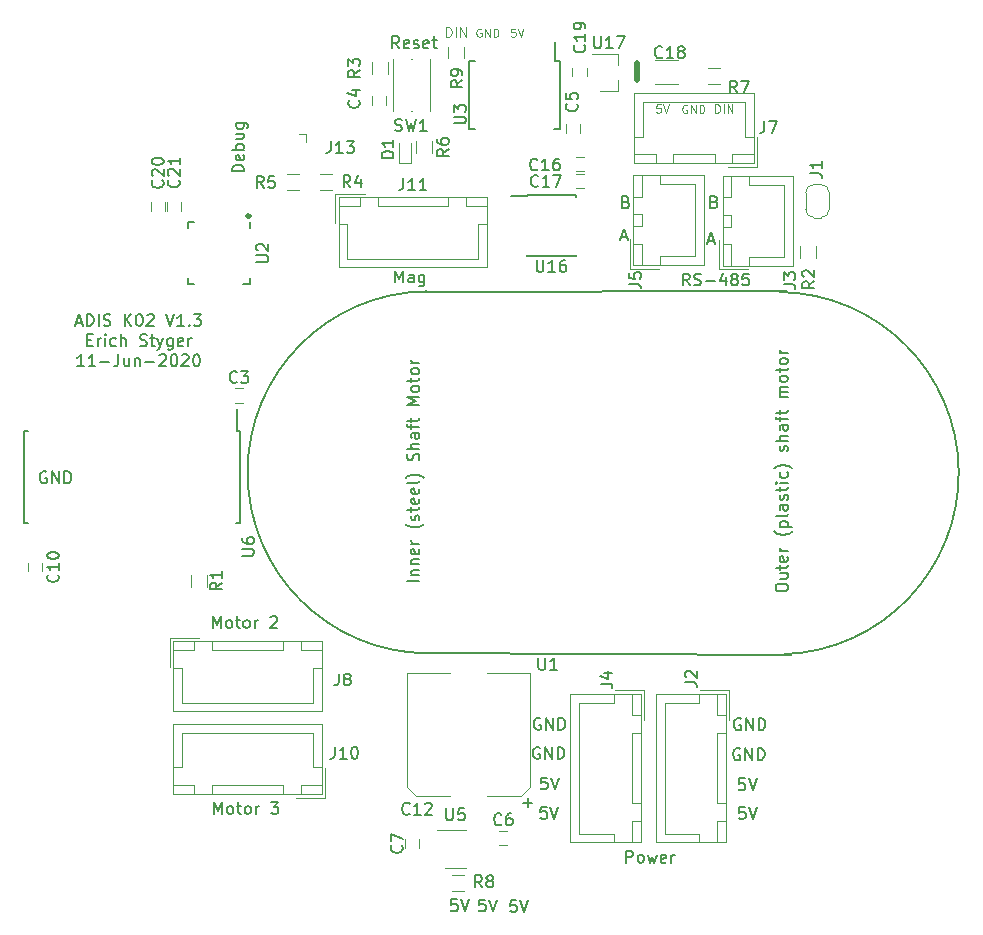
<source format=gbr>
G04 #@! TF.GenerationSoftware,KiCad,Pcbnew,(5.1.5)-3*
G04 #@! TF.CreationDate,2020-06-11T20:41:51+02:00*
G04 #@! TF.ProjectId,StepperClockK02,53746570-7065-4724-936c-6f636b4b3032,v1.0*
G04 #@! TF.SameCoordinates,Original*
G04 #@! TF.FileFunction,Legend,Top*
G04 #@! TF.FilePolarity,Positive*
%FSLAX46Y46*%
G04 Gerber Fmt 4.6, Leading zero omitted, Abs format (unit mm)*
G04 Created by KiCad (PCBNEW (5.1.5)-3) date 2020-06-11 20:41:51*
%MOMM*%
%LPD*%
G04 APERTURE LIST*
%ADD10C,0.500000*%
%ADD11C,0.100000*%
%ADD12C,0.300000*%
%ADD13C,0.150000*%
%ADD14C,0.200000*%
%ADD15C,0.120000*%
G04 APERTURE END LIST*
D10*
X113505800Y-108320740D02*
X113505800Y-109760740D01*
D11*
X120139133Y-112537406D02*
X120139133Y-111837406D01*
X120305800Y-111837406D01*
X120405800Y-111870740D01*
X120472466Y-111937406D01*
X120505800Y-112004073D01*
X120539133Y-112137406D01*
X120539133Y-112237406D01*
X120505800Y-112370740D01*
X120472466Y-112437406D01*
X120405800Y-112504073D01*
X120305800Y-112537406D01*
X120139133Y-112537406D01*
X120839133Y-112537406D02*
X120839133Y-111837406D01*
X121172466Y-112537406D02*
X121172466Y-111837406D01*
X121572466Y-112537406D01*
X121572466Y-111837406D01*
X117722466Y-111920740D02*
X117655800Y-111887406D01*
X117555800Y-111887406D01*
X117455800Y-111920740D01*
X117389133Y-111987406D01*
X117355800Y-112054073D01*
X117322466Y-112187406D01*
X117322466Y-112287406D01*
X117355800Y-112420740D01*
X117389133Y-112487406D01*
X117455800Y-112554073D01*
X117555800Y-112587406D01*
X117622466Y-112587406D01*
X117722466Y-112554073D01*
X117755800Y-112520740D01*
X117755800Y-112287406D01*
X117622466Y-112287406D01*
X118055800Y-112587406D02*
X118055800Y-111887406D01*
X118455800Y-112587406D01*
X118455800Y-111887406D01*
X118789133Y-112587406D02*
X118789133Y-111887406D01*
X118955800Y-111887406D01*
X119055800Y-111920740D01*
X119122466Y-111987406D01*
X119155800Y-112054073D01*
X119189133Y-112187406D01*
X119189133Y-112287406D01*
X119155800Y-112420740D01*
X119122466Y-112487406D01*
X119055800Y-112554073D01*
X118955800Y-112587406D01*
X118789133Y-112587406D01*
X115492466Y-111837406D02*
X115159133Y-111837406D01*
X115125800Y-112170740D01*
X115159133Y-112137406D01*
X115225800Y-112104073D01*
X115392466Y-112104073D01*
X115459133Y-112137406D01*
X115492466Y-112170740D01*
X115525800Y-112237406D01*
X115525800Y-112404073D01*
X115492466Y-112470740D01*
X115459133Y-112504073D01*
X115392466Y-112537406D01*
X115225800Y-112537406D01*
X115159133Y-112504073D01*
X115125800Y-112470740D01*
X115725800Y-111837406D02*
X115959133Y-112537406D01*
X116192466Y-111837406D01*
D12*
X80717329Y-121280740D02*
G75*
G03X80717329Y-121280740I-131529J0D01*
G01*
D13*
X77695323Y-171903120D02*
X77695323Y-170903120D01*
X78028657Y-171617406D01*
X78361990Y-170903120D01*
X78361990Y-171903120D01*
X78981038Y-171903120D02*
X78885800Y-171855501D01*
X78838180Y-171807882D01*
X78790561Y-171712644D01*
X78790561Y-171426930D01*
X78838180Y-171331692D01*
X78885800Y-171284073D01*
X78981038Y-171236454D01*
X79123895Y-171236454D01*
X79219133Y-171284073D01*
X79266752Y-171331692D01*
X79314371Y-171426930D01*
X79314371Y-171712644D01*
X79266752Y-171807882D01*
X79219133Y-171855501D01*
X79123895Y-171903120D01*
X78981038Y-171903120D01*
X79600085Y-171236454D02*
X79981038Y-171236454D01*
X79742942Y-170903120D02*
X79742942Y-171760263D01*
X79790561Y-171855501D01*
X79885800Y-171903120D01*
X79981038Y-171903120D01*
X80457228Y-171903120D02*
X80361990Y-171855501D01*
X80314371Y-171807882D01*
X80266752Y-171712644D01*
X80266752Y-171426930D01*
X80314371Y-171331692D01*
X80361990Y-171284073D01*
X80457228Y-171236454D01*
X80600085Y-171236454D01*
X80695323Y-171284073D01*
X80742942Y-171331692D01*
X80790561Y-171426930D01*
X80790561Y-171712644D01*
X80742942Y-171807882D01*
X80695323Y-171855501D01*
X80600085Y-171903120D01*
X80457228Y-171903120D01*
X81219133Y-171903120D02*
X81219133Y-171236454D01*
X81219133Y-171426930D02*
X81266752Y-171331692D01*
X81314371Y-171284073D01*
X81409609Y-171236454D01*
X81504847Y-171236454D01*
X82504847Y-170903120D02*
X83123895Y-170903120D01*
X82790561Y-171284073D01*
X82933419Y-171284073D01*
X83028657Y-171331692D01*
X83076276Y-171379311D01*
X83123895Y-171474549D01*
X83123895Y-171712644D01*
X83076276Y-171807882D01*
X83028657Y-171855501D01*
X82933419Y-171903120D01*
X82647704Y-171903120D01*
X82552466Y-171855501D01*
X82504847Y-171807882D01*
X77605323Y-156163120D02*
X77605323Y-155163120D01*
X77938657Y-155877406D01*
X78271990Y-155163120D01*
X78271990Y-156163120D01*
X78891038Y-156163120D02*
X78795800Y-156115501D01*
X78748180Y-156067882D01*
X78700561Y-155972644D01*
X78700561Y-155686930D01*
X78748180Y-155591692D01*
X78795800Y-155544073D01*
X78891038Y-155496454D01*
X79033895Y-155496454D01*
X79129133Y-155544073D01*
X79176752Y-155591692D01*
X79224371Y-155686930D01*
X79224371Y-155972644D01*
X79176752Y-156067882D01*
X79129133Y-156115501D01*
X79033895Y-156163120D01*
X78891038Y-156163120D01*
X79510085Y-155496454D02*
X79891038Y-155496454D01*
X79652942Y-155163120D02*
X79652942Y-156020263D01*
X79700561Y-156115501D01*
X79795800Y-156163120D01*
X79891038Y-156163120D01*
X80367228Y-156163120D02*
X80271990Y-156115501D01*
X80224371Y-156067882D01*
X80176752Y-155972644D01*
X80176752Y-155686930D01*
X80224371Y-155591692D01*
X80271990Y-155544073D01*
X80367228Y-155496454D01*
X80510085Y-155496454D01*
X80605323Y-155544073D01*
X80652942Y-155591692D01*
X80700561Y-155686930D01*
X80700561Y-155972644D01*
X80652942Y-156067882D01*
X80605323Y-156115501D01*
X80510085Y-156163120D01*
X80367228Y-156163120D01*
X81129133Y-156163120D02*
X81129133Y-155496454D01*
X81129133Y-155686930D02*
X81176752Y-155591692D01*
X81224371Y-155544073D01*
X81319609Y-155496454D01*
X81414847Y-155496454D01*
X82462466Y-155258359D02*
X82510085Y-155210740D01*
X82605323Y-155163120D01*
X82843419Y-155163120D01*
X82938657Y-155210740D01*
X82986276Y-155258359D01*
X83033895Y-155353597D01*
X83033895Y-155448835D01*
X82986276Y-155591692D01*
X82414847Y-156163120D01*
X83033895Y-156163120D01*
X98265323Y-179143120D02*
X97789133Y-179143120D01*
X97741514Y-179619311D01*
X97789133Y-179571692D01*
X97884371Y-179524073D01*
X98122466Y-179524073D01*
X98217704Y-179571692D01*
X98265323Y-179619311D01*
X98312942Y-179714549D01*
X98312942Y-179952644D01*
X98265323Y-180047882D01*
X98217704Y-180095501D01*
X98122466Y-180143120D01*
X97884371Y-180143120D01*
X97789133Y-180095501D01*
X97741514Y-180047882D01*
X98598657Y-179143120D02*
X98931990Y-180143120D01*
X99265323Y-179143120D01*
X100635323Y-179163120D02*
X100159133Y-179163120D01*
X100111514Y-179639311D01*
X100159133Y-179591692D01*
X100254371Y-179544073D01*
X100492466Y-179544073D01*
X100587704Y-179591692D01*
X100635323Y-179639311D01*
X100682942Y-179734549D01*
X100682942Y-179972644D01*
X100635323Y-180067882D01*
X100587704Y-180115501D01*
X100492466Y-180163120D01*
X100254371Y-180163120D01*
X100159133Y-180115501D01*
X100111514Y-180067882D01*
X100968657Y-179163120D02*
X101301990Y-180163120D01*
X101635323Y-179163120D01*
D11*
X103182466Y-105407406D02*
X102849133Y-105407406D01*
X102815800Y-105740740D01*
X102849133Y-105707406D01*
X102915800Y-105674073D01*
X103082466Y-105674073D01*
X103149133Y-105707406D01*
X103182466Y-105740740D01*
X103215800Y-105807406D01*
X103215800Y-105974073D01*
X103182466Y-106040740D01*
X103149133Y-106074073D01*
X103082466Y-106107406D01*
X102915800Y-106107406D01*
X102849133Y-106074073D01*
X102815800Y-106040740D01*
X103415800Y-105407406D02*
X103649133Y-106107406D01*
X103882466Y-105407406D01*
D13*
X80218180Y-117508359D02*
X79218180Y-117508359D01*
X79218180Y-117270263D01*
X79265800Y-117127406D01*
X79361038Y-117032168D01*
X79456276Y-116984549D01*
X79646752Y-116936930D01*
X79789609Y-116936930D01*
X79980085Y-116984549D01*
X80075323Y-117032168D01*
X80170561Y-117127406D01*
X80218180Y-117270263D01*
X80218180Y-117508359D01*
X80170561Y-116127406D02*
X80218180Y-116222644D01*
X80218180Y-116413120D01*
X80170561Y-116508359D01*
X80075323Y-116555978D01*
X79694371Y-116555978D01*
X79599133Y-116508359D01*
X79551514Y-116413120D01*
X79551514Y-116222644D01*
X79599133Y-116127406D01*
X79694371Y-116079787D01*
X79789609Y-116079787D01*
X79884847Y-116555978D01*
X80218180Y-115651216D02*
X79218180Y-115651216D01*
X79599133Y-115651216D02*
X79551514Y-115555978D01*
X79551514Y-115365501D01*
X79599133Y-115270263D01*
X79646752Y-115222644D01*
X79741990Y-115175025D01*
X80027704Y-115175025D01*
X80122942Y-115222644D01*
X80170561Y-115270263D01*
X80218180Y-115365501D01*
X80218180Y-115555978D01*
X80170561Y-115651216D01*
X79551514Y-114317882D02*
X80218180Y-114317882D01*
X79551514Y-114746454D02*
X80075323Y-114746454D01*
X80170561Y-114698835D01*
X80218180Y-114603597D01*
X80218180Y-114460740D01*
X80170561Y-114365501D01*
X80122942Y-114317882D01*
X79551514Y-113413120D02*
X80361038Y-113413120D01*
X80456276Y-113460740D01*
X80503895Y-113508359D01*
X80551514Y-113603597D01*
X80551514Y-113746454D01*
X80503895Y-113841692D01*
X80170561Y-113413120D02*
X80218180Y-113508359D01*
X80218180Y-113698835D01*
X80170561Y-113794073D01*
X80122942Y-113841692D01*
X80027704Y-113889311D01*
X79741990Y-113889311D01*
X79646752Y-113841692D01*
X79599133Y-113794073D01*
X79551514Y-113698835D01*
X79551514Y-113508359D01*
X79599133Y-113413120D01*
D14*
X66010085Y-130307406D02*
X66486276Y-130307406D01*
X65914847Y-130593120D02*
X66248180Y-129593120D01*
X66581514Y-130593120D01*
X66914847Y-130593120D02*
X66914847Y-129593120D01*
X67152942Y-129593120D01*
X67295800Y-129640740D01*
X67391038Y-129735978D01*
X67438657Y-129831216D01*
X67486276Y-130021692D01*
X67486276Y-130164549D01*
X67438657Y-130355025D01*
X67391038Y-130450263D01*
X67295800Y-130545501D01*
X67152942Y-130593120D01*
X66914847Y-130593120D01*
X67914847Y-130593120D02*
X67914847Y-129593120D01*
X68343419Y-130545501D02*
X68486276Y-130593120D01*
X68724371Y-130593120D01*
X68819609Y-130545501D01*
X68867228Y-130497882D01*
X68914847Y-130402644D01*
X68914847Y-130307406D01*
X68867228Y-130212168D01*
X68819609Y-130164549D01*
X68724371Y-130116930D01*
X68533895Y-130069311D01*
X68438657Y-130021692D01*
X68391038Y-129974073D01*
X68343419Y-129878835D01*
X68343419Y-129783597D01*
X68391038Y-129688359D01*
X68438657Y-129640740D01*
X68533895Y-129593120D01*
X68771990Y-129593120D01*
X68914847Y-129640740D01*
X70105323Y-130593120D02*
X70105323Y-129593120D01*
X70676752Y-130593120D02*
X70248180Y-130021692D01*
X70676752Y-129593120D02*
X70105323Y-130164549D01*
X71295800Y-129593120D02*
X71391038Y-129593120D01*
X71486276Y-129640740D01*
X71533895Y-129688359D01*
X71581514Y-129783597D01*
X71629133Y-129974073D01*
X71629133Y-130212168D01*
X71581514Y-130402644D01*
X71533895Y-130497882D01*
X71486276Y-130545501D01*
X71391038Y-130593120D01*
X71295800Y-130593120D01*
X71200561Y-130545501D01*
X71152942Y-130497882D01*
X71105323Y-130402644D01*
X71057704Y-130212168D01*
X71057704Y-129974073D01*
X71105323Y-129783597D01*
X71152942Y-129688359D01*
X71200561Y-129640740D01*
X71295800Y-129593120D01*
X72010085Y-129688359D02*
X72057704Y-129640740D01*
X72152942Y-129593120D01*
X72391038Y-129593120D01*
X72486276Y-129640740D01*
X72533895Y-129688359D01*
X72581514Y-129783597D01*
X72581514Y-129878835D01*
X72533895Y-130021692D01*
X71962466Y-130593120D01*
X72581514Y-130593120D01*
X73629133Y-129593120D02*
X73962466Y-130593120D01*
X74295800Y-129593120D01*
X75152942Y-130593120D02*
X74581514Y-130593120D01*
X74867228Y-130593120D02*
X74867228Y-129593120D01*
X74771990Y-129735978D01*
X74676752Y-129831216D01*
X74581514Y-129878835D01*
X75581514Y-130497882D02*
X75629133Y-130545501D01*
X75581514Y-130593120D01*
X75533895Y-130545501D01*
X75581514Y-130497882D01*
X75581514Y-130593120D01*
X75962466Y-129593120D02*
X76581514Y-129593120D01*
X76248180Y-129974073D01*
X76391038Y-129974073D01*
X76486276Y-130021692D01*
X76533895Y-130069311D01*
X76581514Y-130164549D01*
X76581514Y-130402644D01*
X76533895Y-130497882D01*
X76486276Y-130545501D01*
X76391038Y-130593120D01*
X76105323Y-130593120D01*
X76010085Y-130545501D01*
X75962466Y-130497882D01*
X66938657Y-131769311D02*
X67271990Y-131769311D01*
X67414847Y-132293120D02*
X66938657Y-132293120D01*
X66938657Y-131293120D01*
X67414847Y-131293120D01*
X67843419Y-132293120D02*
X67843419Y-131626454D01*
X67843419Y-131816930D02*
X67891038Y-131721692D01*
X67938657Y-131674073D01*
X68033895Y-131626454D01*
X68129133Y-131626454D01*
X68462466Y-132293120D02*
X68462466Y-131626454D01*
X68462466Y-131293120D02*
X68414847Y-131340740D01*
X68462466Y-131388359D01*
X68510085Y-131340740D01*
X68462466Y-131293120D01*
X68462466Y-131388359D01*
X69367228Y-132245501D02*
X69271990Y-132293120D01*
X69081514Y-132293120D01*
X68986276Y-132245501D01*
X68938657Y-132197882D01*
X68891038Y-132102644D01*
X68891038Y-131816930D01*
X68938657Y-131721692D01*
X68986276Y-131674073D01*
X69081514Y-131626454D01*
X69271990Y-131626454D01*
X69367228Y-131674073D01*
X69795800Y-132293120D02*
X69795800Y-131293120D01*
X70224371Y-132293120D02*
X70224371Y-131769311D01*
X70176752Y-131674073D01*
X70081514Y-131626454D01*
X69938657Y-131626454D01*
X69843419Y-131674073D01*
X69795800Y-131721692D01*
X71414847Y-132245501D02*
X71557704Y-132293120D01*
X71795800Y-132293120D01*
X71891038Y-132245501D01*
X71938657Y-132197882D01*
X71986276Y-132102644D01*
X71986276Y-132007406D01*
X71938657Y-131912168D01*
X71891038Y-131864549D01*
X71795800Y-131816930D01*
X71605323Y-131769311D01*
X71510085Y-131721692D01*
X71462466Y-131674073D01*
X71414847Y-131578835D01*
X71414847Y-131483597D01*
X71462466Y-131388359D01*
X71510085Y-131340740D01*
X71605323Y-131293120D01*
X71843419Y-131293120D01*
X71986276Y-131340740D01*
X72271990Y-131626454D02*
X72652942Y-131626454D01*
X72414847Y-131293120D02*
X72414847Y-132150263D01*
X72462466Y-132245501D01*
X72557704Y-132293120D01*
X72652942Y-132293120D01*
X72891038Y-131626454D02*
X73129133Y-132293120D01*
X73367228Y-131626454D02*
X73129133Y-132293120D01*
X73033895Y-132531216D01*
X72986276Y-132578835D01*
X72891038Y-132626454D01*
X74176752Y-131626454D02*
X74176752Y-132435978D01*
X74129133Y-132531216D01*
X74081514Y-132578835D01*
X73986276Y-132626454D01*
X73843419Y-132626454D01*
X73748180Y-132578835D01*
X74176752Y-132245501D02*
X74081514Y-132293120D01*
X73891038Y-132293120D01*
X73795800Y-132245501D01*
X73748180Y-132197882D01*
X73700561Y-132102644D01*
X73700561Y-131816930D01*
X73748180Y-131721692D01*
X73795800Y-131674073D01*
X73891038Y-131626454D01*
X74081514Y-131626454D01*
X74176752Y-131674073D01*
X75033895Y-132245501D02*
X74938657Y-132293120D01*
X74748180Y-132293120D01*
X74652942Y-132245501D01*
X74605323Y-132150263D01*
X74605323Y-131769311D01*
X74652942Y-131674073D01*
X74748180Y-131626454D01*
X74938657Y-131626454D01*
X75033895Y-131674073D01*
X75081514Y-131769311D01*
X75081514Y-131864549D01*
X74605323Y-131959787D01*
X75510085Y-132293120D02*
X75510085Y-131626454D01*
X75510085Y-131816930D02*
X75557704Y-131721692D01*
X75605323Y-131674073D01*
X75700561Y-131626454D01*
X75795800Y-131626454D01*
X66676752Y-133993120D02*
X66105323Y-133993120D01*
X66391038Y-133993120D02*
X66391038Y-132993120D01*
X66295800Y-133135978D01*
X66200561Y-133231216D01*
X66105323Y-133278835D01*
X67629133Y-133993120D02*
X67057704Y-133993120D01*
X67343419Y-133993120D02*
X67343419Y-132993120D01*
X67248180Y-133135978D01*
X67152942Y-133231216D01*
X67057704Y-133278835D01*
X68057704Y-133612168D02*
X68819609Y-133612168D01*
X69581514Y-132993120D02*
X69581514Y-133707406D01*
X69533895Y-133850263D01*
X69438657Y-133945501D01*
X69295800Y-133993120D01*
X69200561Y-133993120D01*
X70486276Y-133326454D02*
X70486276Y-133993120D01*
X70057704Y-133326454D02*
X70057704Y-133850263D01*
X70105323Y-133945501D01*
X70200561Y-133993120D01*
X70343419Y-133993120D01*
X70438657Y-133945501D01*
X70486276Y-133897882D01*
X70962466Y-133326454D02*
X70962466Y-133993120D01*
X70962466Y-133421692D02*
X71010085Y-133374073D01*
X71105323Y-133326454D01*
X71248180Y-133326454D01*
X71343419Y-133374073D01*
X71391038Y-133469311D01*
X71391038Y-133993120D01*
X71867228Y-133612168D02*
X72629133Y-133612168D01*
X73057704Y-133088359D02*
X73105323Y-133040740D01*
X73200561Y-132993120D01*
X73438657Y-132993120D01*
X73533895Y-133040740D01*
X73581514Y-133088359D01*
X73629133Y-133183597D01*
X73629133Y-133278835D01*
X73581514Y-133421692D01*
X73010085Y-133993120D01*
X73629133Y-133993120D01*
X74248180Y-132993120D02*
X74343419Y-132993120D01*
X74438657Y-133040740D01*
X74486276Y-133088359D01*
X74533895Y-133183597D01*
X74581514Y-133374073D01*
X74581514Y-133612168D01*
X74533895Y-133802644D01*
X74486276Y-133897882D01*
X74438657Y-133945501D01*
X74343419Y-133993120D01*
X74248180Y-133993120D01*
X74152942Y-133945501D01*
X74105323Y-133897882D01*
X74057704Y-133802644D01*
X74010085Y-133612168D01*
X74010085Y-133374073D01*
X74057704Y-133183597D01*
X74105323Y-133088359D01*
X74152942Y-133040740D01*
X74248180Y-132993120D01*
X74962466Y-133088359D02*
X75010085Y-133040740D01*
X75105323Y-132993120D01*
X75343419Y-132993120D01*
X75438657Y-133040740D01*
X75486276Y-133088359D01*
X75533895Y-133183597D01*
X75533895Y-133278835D01*
X75486276Y-133421692D01*
X74914847Y-133993120D01*
X75533895Y-133993120D01*
X76152942Y-132993120D02*
X76248180Y-132993120D01*
X76343419Y-133040740D01*
X76391038Y-133088359D01*
X76438657Y-133183597D01*
X76486276Y-133374073D01*
X76486276Y-133612168D01*
X76438657Y-133802644D01*
X76391038Y-133897882D01*
X76343419Y-133945501D01*
X76248180Y-133993120D01*
X76152942Y-133993120D01*
X76057704Y-133945501D01*
X76010085Y-133897882D01*
X75962466Y-133802644D01*
X75914847Y-133612168D01*
X75914847Y-133374073D01*
X75962466Y-133183597D01*
X76010085Y-133088359D01*
X76057704Y-133040740D01*
X76152942Y-132993120D01*
D11*
X97366752Y-106102644D02*
X97366752Y-105302644D01*
X97557228Y-105302644D01*
X97671514Y-105340740D01*
X97747704Y-105416930D01*
X97785800Y-105493120D01*
X97823895Y-105645501D01*
X97823895Y-105759787D01*
X97785800Y-105912168D01*
X97747704Y-105988359D01*
X97671514Y-106064549D01*
X97557228Y-106102644D01*
X97366752Y-106102644D01*
X98166752Y-106102644D02*
X98166752Y-105302644D01*
X98547704Y-106102644D02*
X98547704Y-105302644D01*
X99004847Y-106102644D01*
X99004847Y-105302644D01*
X100302466Y-105440740D02*
X100235800Y-105407406D01*
X100135800Y-105407406D01*
X100035800Y-105440740D01*
X99969133Y-105507406D01*
X99935800Y-105574073D01*
X99902466Y-105707406D01*
X99902466Y-105807406D01*
X99935800Y-105940740D01*
X99969133Y-106007406D01*
X100035800Y-106074073D01*
X100135800Y-106107406D01*
X100202466Y-106107406D01*
X100302466Y-106074073D01*
X100335800Y-106040740D01*
X100335800Y-105807406D01*
X100202466Y-105807406D01*
X100635800Y-106107406D02*
X100635800Y-105407406D01*
X101035800Y-106107406D01*
X101035800Y-105407406D01*
X101369133Y-106107406D02*
X101369133Y-105407406D01*
X101535800Y-105407406D01*
X101635800Y-105440740D01*
X101702466Y-105507406D01*
X101735800Y-105574073D01*
X101769133Y-105707406D01*
X101769133Y-105807406D01*
X101735800Y-105940740D01*
X101702466Y-106007406D01*
X101635800Y-106074073D01*
X101535800Y-106107406D01*
X101369133Y-106107406D01*
D13*
X63499895Y-142950740D02*
X63404657Y-142903120D01*
X63261800Y-142903120D01*
X63118942Y-142950740D01*
X63023704Y-143045978D01*
X62976085Y-143141216D01*
X62928466Y-143331692D01*
X62928466Y-143474549D01*
X62976085Y-143665025D01*
X63023704Y-143760263D01*
X63118942Y-143855501D01*
X63261800Y-143903120D01*
X63357038Y-143903120D01*
X63499895Y-143855501D01*
X63547514Y-143807882D01*
X63547514Y-143474549D01*
X63357038Y-143474549D01*
X63976085Y-143903120D02*
X63976085Y-142903120D01*
X64547514Y-143903120D01*
X64547514Y-142903120D01*
X65023704Y-143903120D02*
X65023704Y-142903120D01*
X65261800Y-142903120D01*
X65404657Y-142950740D01*
X65499895Y-143045978D01*
X65547514Y-143141216D01*
X65595133Y-143331692D01*
X65595133Y-143474549D01*
X65547514Y-143665025D01*
X65499895Y-143760263D01*
X65404657Y-143855501D01*
X65261800Y-143903120D01*
X65023704Y-143903120D01*
X103285323Y-179193120D02*
X102809133Y-179193120D01*
X102761514Y-179669311D01*
X102809133Y-179621692D01*
X102904371Y-179574073D01*
X103142466Y-179574073D01*
X103237704Y-179621692D01*
X103285323Y-179669311D01*
X103332942Y-179764549D01*
X103332942Y-180002644D01*
X103285323Y-180097882D01*
X103237704Y-180145501D01*
X103142466Y-180193120D01*
X102904371Y-180193120D01*
X102809133Y-180145501D01*
X102761514Y-180097882D01*
X103618657Y-179193120D02*
X103951990Y-180193120D01*
X104285323Y-179193120D01*
D14*
X112589609Y-176023120D02*
X112589609Y-175023120D01*
X112970561Y-175023120D01*
X113065800Y-175070740D01*
X113113419Y-175118359D01*
X113161038Y-175213597D01*
X113161038Y-175356454D01*
X113113419Y-175451692D01*
X113065800Y-175499311D01*
X112970561Y-175546930D01*
X112589609Y-175546930D01*
X113732466Y-176023120D02*
X113637228Y-175975501D01*
X113589609Y-175927882D01*
X113541990Y-175832644D01*
X113541990Y-175546930D01*
X113589609Y-175451692D01*
X113637228Y-175404073D01*
X113732466Y-175356454D01*
X113875323Y-175356454D01*
X113970561Y-175404073D01*
X114018180Y-175451692D01*
X114065800Y-175546930D01*
X114065800Y-175832644D01*
X114018180Y-175927882D01*
X113970561Y-175975501D01*
X113875323Y-176023120D01*
X113732466Y-176023120D01*
X114399133Y-175356454D02*
X114589609Y-176023120D01*
X114780085Y-175546930D01*
X114970561Y-176023120D01*
X115161038Y-175356454D01*
X115922942Y-175975501D02*
X115827704Y-176023120D01*
X115637228Y-176023120D01*
X115541990Y-175975501D01*
X115494371Y-175880263D01*
X115494371Y-175499311D01*
X115541990Y-175404073D01*
X115637228Y-175356454D01*
X115827704Y-175356454D01*
X115922942Y-175404073D01*
X115970561Y-175499311D01*
X115970561Y-175594549D01*
X115494371Y-175689787D01*
X116399133Y-176023120D02*
X116399133Y-175356454D01*
X116399133Y-175546930D02*
X116446752Y-175451692D01*
X116494371Y-175404073D01*
X116589609Y-175356454D01*
X116684847Y-175356454D01*
X117951514Y-127153120D02*
X117618180Y-126676930D01*
X117380085Y-127153120D02*
X117380085Y-126153120D01*
X117761038Y-126153120D01*
X117856276Y-126200740D01*
X117903895Y-126248359D01*
X117951514Y-126343597D01*
X117951514Y-126486454D01*
X117903895Y-126581692D01*
X117856276Y-126629311D01*
X117761038Y-126676930D01*
X117380085Y-126676930D01*
X118332466Y-127105501D02*
X118475323Y-127153120D01*
X118713419Y-127153120D01*
X118808657Y-127105501D01*
X118856276Y-127057882D01*
X118903895Y-126962644D01*
X118903895Y-126867406D01*
X118856276Y-126772168D01*
X118808657Y-126724549D01*
X118713419Y-126676930D01*
X118522942Y-126629311D01*
X118427704Y-126581692D01*
X118380085Y-126534073D01*
X118332466Y-126438835D01*
X118332466Y-126343597D01*
X118380085Y-126248359D01*
X118427704Y-126200740D01*
X118522942Y-126153120D01*
X118761038Y-126153120D01*
X118903895Y-126200740D01*
X119332466Y-126772168D02*
X120094371Y-126772168D01*
X120999133Y-126486454D02*
X120999133Y-127153120D01*
X120761038Y-126105501D02*
X120522942Y-126819787D01*
X121141990Y-126819787D01*
X121665800Y-126581692D02*
X121570561Y-126534073D01*
X121522942Y-126486454D01*
X121475323Y-126391216D01*
X121475323Y-126343597D01*
X121522942Y-126248359D01*
X121570561Y-126200740D01*
X121665800Y-126153120D01*
X121856276Y-126153120D01*
X121951514Y-126200740D01*
X121999133Y-126248359D01*
X122046752Y-126343597D01*
X122046752Y-126391216D01*
X121999133Y-126486454D01*
X121951514Y-126534073D01*
X121856276Y-126581692D01*
X121665800Y-126581692D01*
X121570561Y-126629311D01*
X121522942Y-126676930D01*
X121475323Y-126772168D01*
X121475323Y-126962644D01*
X121522942Y-127057882D01*
X121570561Y-127105501D01*
X121665800Y-127153120D01*
X121856276Y-127153120D01*
X121951514Y-127105501D01*
X121999133Y-127057882D01*
X122046752Y-126962644D01*
X122046752Y-126772168D01*
X121999133Y-126676930D01*
X121951514Y-126629311D01*
X121856276Y-126581692D01*
X122951514Y-126153120D02*
X122475323Y-126153120D01*
X122427704Y-126629311D01*
X122475323Y-126581692D01*
X122570561Y-126534073D01*
X122808657Y-126534073D01*
X122903895Y-126581692D01*
X122951514Y-126629311D01*
X122999133Y-126724549D01*
X122999133Y-126962644D01*
X122951514Y-127057882D01*
X122903895Y-127105501D01*
X122808657Y-127153120D01*
X122570561Y-127153120D01*
X122475323Y-127105501D01*
X122427704Y-127057882D01*
X112167704Y-123057406D02*
X112643895Y-123057406D01*
X112072466Y-123343120D02*
X112405800Y-122343120D01*
X112739133Y-123343120D01*
X112557228Y-120099311D02*
X112700085Y-120146930D01*
X112747704Y-120194549D01*
X112795323Y-120289787D01*
X112795323Y-120432644D01*
X112747704Y-120527882D01*
X112700085Y-120575501D01*
X112604847Y-120623120D01*
X112223895Y-120623120D01*
X112223895Y-119623120D01*
X112557228Y-119623120D01*
X112652466Y-119670740D01*
X112700085Y-119718359D01*
X112747704Y-119813597D01*
X112747704Y-119908835D01*
X112700085Y-120004073D01*
X112652466Y-120051692D01*
X112557228Y-120099311D01*
X112223895Y-120099311D01*
X120047228Y-120079311D02*
X120190085Y-120126930D01*
X120237704Y-120174549D01*
X120285323Y-120269787D01*
X120285323Y-120412644D01*
X120237704Y-120507882D01*
X120190085Y-120555501D01*
X120094847Y-120603120D01*
X119713895Y-120603120D01*
X119713895Y-119603120D01*
X120047228Y-119603120D01*
X120142466Y-119650740D01*
X120190085Y-119698359D01*
X120237704Y-119793597D01*
X120237704Y-119888835D01*
X120190085Y-119984073D01*
X120142466Y-120031692D01*
X120047228Y-120079311D01*
X119713895Y-120079311D01*
X119497704Y-123357406D02*
X119973895Y-123357406D01*
X119402466Y-123643120D02*
X119735800Y-122643120D01*
X120069133Y-123643120D01*
X93357704Y-107073120D02*
X93024371Y-106596930D01*
X92786276Y-107073120D02*
X92786276Y-106073120D01*
X93167228Y-106073120D01*
X93262466Y-106120740D01*
X93310085Y-106168359D01*
X93357704Y-106263597D01*
X93357704Y-106406454D01*
X93310085Y-106501692D01*
X93262466Y-106549311D01*
X93167228Y-106596930D01*
X92786276Y-106596930D01*
X94167228Y-107025501D02*
X94071990Y-107073120D01*
X93881514Y-107073120D01*
X93786276Y-107025501D01*
X93738657Y-106930263D01*
X93738657Y-106549311D01*
X93786276Y-106454073D01*
X93881514Y-106406454D01*
X94071990Y-106406454D01*
X94167228Y-106454073D01*
X94214847Y-106549311D01*
X94214847Y-106644549D01*
X93738657Y-106739787D01*
X94595800Y-107025501D02*
X94691038Y-107073120D01*
X94881514Y-107073120D01*
X94976752Y-107025501D01*
X95024371Y-106930263D01*
X95024371Y-106882644D01*
X94976752Y-106787406D01*
X94881514Y-106739787D01*
X94738657Y-106739787D01*
X94643419Y-106692168D01*
X94595800Y-106596930D01*
X94595800Y-106549311D01*
X94643419Y-106454073D01*
X94738657Y-106406454D01*
X94881514Y-106406454D01*
X94976752Y-106454073D01*
X95833895Y-107025501D02*
X95738657Y-107073120D01*
X95548180Y-107073120D01*
X95452942Y-107025501D01*
X95405323Y-106930263D01*
X95405323Y-106549311D01*
X95452942Y-106454073D01*
X95548180Y-106406454D01*
X95738657Y-106406454D01*
X95833895Y-106454073D01*
X95881514Y-106549311D01*
X95881514Y-106644549D01*
X95405323Y-106739787D01*
X96167228Y-106406454D02*
X96548180Y-106406454D01*
X96310085Y-106073120D02*
X96310085Y-106930263D01*
X96357704Y-107025501D01*
X96452942Y-107073120D01*
X96548180Y-107073120D01*
X105243895Y-166290740D02*
X105148657Y-166243120D01*
X105005800Y-166243120D01*
X104862942Y-166290740D01*
X104767704Y-166385978D01*
X104720085Y-166481216D01*
X104672466Y-166671692D01*
X104672466Y-166814549D01*
X104720085Y-167005025D01*
X104767704Y-167100263D01*
X104862942Y-167195501D01*
X105005800Y-167243120D01*
X105101038Y-167243120D01*
X105243895Y-167195501D01*
X105291514Y-167147882D01*
X105291514Y-166814549D01*
X105101038Y-166814549D01*
X105720085Y-167243120D02*
X105720085Y-166243120D01*
X106291514Y-167243120D01*
X106291514Y-166243120D01*
X106767704Y-167243120D02*
X106767704Y-166243120D01*
X107005800Y-166243120D01*
X107148657Y-166290740D01*
X107243895Y-166385978D01*
X107291514Y-166481216D01*
X107339133Y-166671692D01*
X107339133Y-166814549D01*
X107291514Y-167005025D01*
X107243895Y-167100263D01*
X107148657Y-167195501D01*
X107005800Y-167243120D01*
X106767704Y-167243120D01*
X105313895Y-163820740D02*
X105218657Y-163773120D01*
X105075800Y-163773120D01*
X104932942Y-163820740D01*
X104837704Y-163915978D01*
X104790085Y-164011216D01*
X104742466Y-164201692D01*
X104742466Y-164344549D01*
X104790085Y-164535025D01*
X104837704Y-164630263D01*
X104932942Y-164725501D01*
X105075800Y-164773120D01*
X105171038Y-164773120D01*
X105313895Y-164725501D01*
X105361514Y-164677882D01*
X105361514Y-164344549D01*
X105171038Y-164344549D01*
X105790085Y-164773120D02*
X105790085Y-163773120D01*
X106361514Y-164773120D01*
X106361514Y-163773120D01*
X106837704Y-164773120D02*
X106837704Y-163773120D01*
X107075800Y-163773120D01*
X107218657Y-163820740D01*
X107313895Y-163915978D01*
X107361514Y-164011216D01*
X107409133Y-164201692D01*
X107409133Y-164344549D01*
X107361514Y-164535025D01*
X107313895Y-164630263D01*
X107218657Y-164725501D01*
X107075800Y-164773120D01*
X106837704Y-164773120D01*
X122273895Y-163860740D02*
X122178657Y-163813120D01*
X122035800Y-163813120D01*
X121892942Y-163860740D01*
X121797704Y-163955978D01*
X121750085Y-164051216D01*
X121702466Y-164241692D01*
X121702466Y-164384549D01*
X121750085Y-164575025D01*
X121797704Y-164670263D01*
X121892942Y-164765501D01*
X122035800Y-164813120D01*
X122131038Y-164813120D01*
X122273895Y-164765501D01*
X122321514Y-164717882D01*
X122321514Y-164384549D01*
X122131038Y-164384549D01*
X122750085Y-164813120D02*
X122750085Y-163813120D01*
X123321514Y-164813120D01*
X123321514Y-163813120D01*
X123797704Y-164813120D02*
X123797704Y-163813120D01*
X124035800Y-163813120D01*
X124178657Y-163860740D01*
X124273895Y-163955978D01*
X124321514Y-164051216D01*
X124369133Y-164241692D01*
X124369133Y-164384549D01*
X124321514Y-164575025D01*
X124273895Y-164670263D01*
X124178657Y-164765501D01*
X124035800Y-164813120D01*
X123797704Y-164813120D01*
X122203895Y-166400740D02*
X122108657Y-166353120D01*
X121965800Y-166353120D01*
X121822942Y-166400740D01*
X121727704Y-166495978D01*
X121680085Y-166591216D01*
X121632466Y-166781692D01*
X121632466Y-166924549D01*
X121680085Y-167115025D01*
X121727704Y-167210263D01*
X121822942Y-167305501D01*
X121965800Y-167353120D01*
X122061038Y-167353120D01*
X122203895Y-167305501D01*
X122251514Y-167257882D01*
X122251514Y-166924549D01*
X122061038Y-166924549D01*
X122680085Y-167353120D02*
X122680085Y-166353120D01*
X123251514Y-167353120D01*
X123251514Y-166353120D01*
X123727704Y-167353120D02*
X123727704Y-166353120D01*
X123965800Y-166353120D01*
X124108657Y-166400740D01*
X124203895Y-166495978D01*
X124251514Y-166591216D01*
X124299133Y-166781692D01*
X124299133Y-166924549D01*
X124251514Y-167115025D01*
X124203895Y-167210263D01*
X124108657Y-167305501D01*
X123965800Y-167353120D01*
X123727704Y-167353120D01*
X122625323Y-168903120D02*
X122149133Y-168903120D01*
X122101514Y-169379311D01*
X122149133Y-169331692D01*
X122244371Y-169284073D01*
X122482466Y-169284073D01*
X122577704Y-169331692D01*
X122625323Y-169379311D01*
X122672942Y-169474549D01*
X122672942Y-169712644D01*
X122625323Y-169807882D01*
X122577704Y-169855501D01*
X122482466Y-169903120D01*
X122244371Y-169903120D01*
X122149133Y-169855501D01*
X122101514Y-169807882D01*
X122958657Y-168903120D02*
X123291990Y-169903120D01*
X123625323Y-168903120D01*
X105875323Y-168833120D02*
X105399133Y-168833120D01*
X105351514Y-169309311D01*
X105399133Y-169261692D01*
X105494371Y-169214073D01*
X105732466Y-169214073D01*
X105827704Y-169261692D01*
X105875323Y-169309311D01*
X105922942Y-169404549D01*
X105922942Y-169642644D01*
X105875323Y-169737882D01*
X105827704Y-169785501D01*
X105732466Y-169833120D01*
X105494371Y-169833120D01*
X105399133Y-169785501D01*
X105351514Y-169737882D01*
X106208657Y-168833120D02*
X106541990Y-169833120D01*
X106875323Y-168833120D01*
X122635323Y-171333120D02*
X122159133Y-171333120D01*
X122111514Y-171809311D01*
X122159133Y-171761692D01*
X122254371Y-171714073D01*
X122492466Y-171714073D01*
X122587704Y-171761692D01*
X122635323Y-171809311D01*
X122682942Y-171904549D01*
X122682942Y-172142644D01*
X122635323Y-172237882D01*
X122587704Y-172285501D01*
X122492466Y-172333120D01*
X122254371Y-172333120D01*
X122159133Y-172285501D01*
X122111514Y-172237882D01*
X122968657Y-171333120D02*
X123301990Y-172333120D01*
X123635323Y-171333120D01*
X105835323Y-171303120D02*
X105359133Y-171303120D01*
X105311514Y-171779311D01*
X105359133Y-171731692D01*
X105454371Y-171684073D01*
X105692466Y-171684073D01*
X105787704Y-171731692D01*
X105835323Y-171779311D01*
X105882942Y-171874549D01*
X105882942Y-172112644D01*
X105835323Y-172207882D01*
X105787704Y-172255501D01*
X105692466Y-172303120D01*
X105454371Y-172303120D01*
X105359133Y-172255501D01*
X105311514Y-172207882D01*
X106168657Y-171303120D02*
X106501990Y-172303120D01*
X106835323Y-171303120D01*
X93017704Y-126903120D02*
X93017704Y-125903120D01*
X93351038Y-126617406D01*
X93684371Y-125903120D01*
X93684371Y-126903120D01*
X94589133Y-126903120D02*
X94589133Y-126379311D01*
X94541514Y-126284073D01*
X94446276Y-126236454D01*
X94255800Y-126236454D01*
X94160561Y-126284073D01*
X94589133Y-126855501D02*
X94493895Y-126903120D01*
X94255800Y-126903120D01*
X94160561Y-126855501D01*
X94112942Y-126760263D01*
X94112942Y-126665025D01*
X94160561Y-126569787D01*
X94255800Y-126522168D01*
X94493895Y-126522168D01*
X94589133Y-126474549D01*
X95493895Y-126236454D02*
X95493895Y-127045978D01*
X95446276Y-127141216D01*
X95398657Y-127188835D01*
X95303419Y-127236454D01*
X95160561Y-127236454D01*
X95065323Y-127188835D01*
X95493895Y-126855501D02*
X95398657Y-126903120D01*
X95208180Y-126903120D01*
X95112942Y-126855501D01*
X95065323Y-126807882D01*
X95017704Y-126712644D01*
X95017704Y-126426930D01*
X95065323Y-126331692D01*
X95112942Y-126284073D01*
X95208180Y-126236454D01*
X95398657Y-126236454D01*
X95493895Y-126284073D01*
D13*
X106940800Y-108165740D02*
X106590800Y-108165740D01*
X106940800Y-113915740D02*
X106490800Y-113915740D01*
X99290800Y-113915740D02*
X99740800Y-113915740D01*
X99290800Y-108165740D02*
X99740800Y-108165740D01*
X106940800Y-108165740D02*
X106940800Y-113915740D01*
X99290800Y-108165740D02*
X99290800Y-113915740D01*
X106590800Y-108165740D02*
X106590800Y-106565740D01*
D15*
X117005800Y-108090740D02*
X115005800Y-108090740D01*
X115005800Y-110130740D02*
X117005800Y-110130740D01*
X123375800Y-116820740D02*
X123375800Y-110870740D01*
X123375800Y-110870740D02*
X113275800Y-110870740D01*
X113275800Y-110870740D02*
X113275800Y-116820740D01*
X113275800Y-116820740D02*
X123375800Y-116820740D01*
X120075800Y-116820740D02*
X120075800Y-116070740D01*
X120075800Y-116070740D02*
X116575800Y-116070740D01*
X116575800Y-116070740D02*
X116575800Y-116820740D01*
X116575800Y-116820740D02*
X120075800Y-116820740D01*
X123375800Y-116820740D02*
X123375800Y-116070740D01*
X123375800Y-116070740D02*
X121575800Y-116070740D01*
X121575800Y-116070740D02*
X121575800Y-116820740D01*
X121575800Y-116820740D02*
X123375800Y-116820740D01*
X115075800Y-116820740D02*
X115075800Y-116070740D01*
X115075800Y-116070740D02*
X113275800Y-116070740D01*
X113275800Y-116070740D02*
X113275800Y-116820740D01*
X113275800Y-116820740D02*
X115075800Y-116820740D01*
X123375800Y-114570740D02*
X122625800Y-114570740D01*
X122625800Y-114570740D02*
X122625800Y-111620740D01*
X122625800Y-111620740D02*
X118325800Y-111620740D01*
X113275800Y-114570740D02*
X114025800Y-114570740D01*
X114025800Y-114570740D02*
X114025800Y-111620740D01*
X114025800Y-111620740D02*
X118325800Y-111620740D01*
X121175800Y-117120740D02*
X123675800Y-117120740D01*
X123675800Y-117120740D02*
X123675800Y-114620740D01*
X102525800Y-174510740D02*
X101825800Y-174510740D01*
X101825800Y-173310740D02*
X102525800Y-173310740D01*
X93865800Y-174750740D02*
X93865800Y-174050740D01*
X95065800Y-174050740D02*
X95065800Y-174750740D01*
D13*
X79870800Y-139485740D02*
X79620800Y-139485740D01*
X79870800Y-147235740D02*
X79525800Y-147235740D01*
X61620800Y-147235740D02*
X61965800Y-147235740D01*
X61620800Y-139485740D02*
X61965800Y-139485740D01*
X79870800Y-139485740D02*
X79870800Y-147235740D01*
X61620800Y-139485740D02*
X61620800Y-147235740D01*
X79620800Y-139485740D02*
X79620800Y-137660740D01*
D15*
X97205800Y-176500740D02*
X99005800Y-176500740D01*
X99005800Y-173280740D02*
X96555800Y-173280740D01*
X97515800Y-107940740D02*
X97515800Y-106940740D01*
X98875800Y-106940740D02*
X98875800Y-107940740D01*
X97855800Y-177100740D02*
X98855800Y-177100740D01*
X98855800Y-178460740D02*
X97855800Y-178460740D01*
X86815800Y-170220740D02*
X86815800Y-164270740D01*
X86815800Y-164270740D02*
X74215800Y-164270740D01*
X74215800Y-164270740D02*
X74215800Y-170220740D01*
X74215800Y-170220740D02*
X86815800Y-170220740D01*
X83515800Y-170220740D02*
X83515800Y-169470740D01*
X83515800Y-169470740D02*
X77515800Y-169470740D01*
X77515800Y-169470740D02*
X77515800Y-170220740D01*
X77515800Y-170220740D02*
X83515800Y-170220740D01*
X86815800Y-170220740D02*
X86815800Y-169470740D01*
X86815800Y-169470740D02*
X85015800Y-169470740D01*
X85015800Y-169470740D02*
X85015800Y-170220740D01*
X85015800Y-170220740D02*
X86815800Y-170220740D01*
X76015800Y-170220740D02*
X76015800Y-169470740D01*
X76015800Y-169470740D02*
X74215800Y-169470740D01*
X74215800Y-169470740D02*
X74215800Y-170220740D01*
X74215800Y-170220740D02*
X76015800Y-170220740D01*
X86815800Y-167970740D02*
X86065800Y-167970740D01*
X86065800Y-167970740D02*
X86065800Y-165020740D01*
X86065800Y-165020740D02*
X80515800Y-165020740D01*
X74215800Y-167970740D02*
X74965800Y-167970740D01*
X74965800Y-167970740D02*
X74965800Y-165020740D01*
X74965800Y-165020740D02*
X80515800Y-165020740D01*
X84615800Y-170520740D02*
X87115800Y-170520740D01*
X87115800Y-170520740D02*
X87115800Y-168020740D01*
X88225800Y-119680740D02*
X88225800Y-125630740D01*
X88225800Y-125630740D02*
X100825800Y-125630740D01*
X100825800Y-125630740D02*
X100825800Y-119680740D01*
X100825800Y-119680740D02*
X88225800Y-119680740D01*
X91525800Y-119680740D02*
X91525800Y-120430740D01*
X91525800Y-120430740D02*
X97525800Y-120430740D01*
X97525800Y-120430740D02*
X97525800Y-119680740D01*
X97525800Y-119680740D02*
X91525800Y-119680740D01*
X88225800Y-119680740D02*
X88225800Y-120430740D01*
X88225800Y-120430740D02*
X90025800Y-120430740D01*
X90025800Y-120430740D02*
X90025800Y-119680740D01*
X90025800Y-119680740D02*
X88225800Y-119680740D01*
X99025800Y-119680740D02*
X99025800Y-120430740D01*
X99025800Y-120430740D02*
X100825800Y-120430740D01*
X100825800Y-120430740D02*
X100825800Y-119680740D01*
X100825800Y-119680740D02*
X99025800Y-119680740D01*
X88225800Y-121930740D02*
X88975800Y-121930740D01*
X88975800Y-121930740D02*
X88975800Y-124880740D01*
X88975800Y-124880740D02*
X94525800Y-124880740D01*
X100825800Y-121930740D02*
X100075800Y-121930740D01*
X100075800Y-121930740D02*
X100075800Y-124880740D01*
X100075800Y-124880740D02*
X94525800Y-124880740D01*
X90425800Y-119380740D02*
X87925800Y-119380740D01*
X87925800Y-119380740D02*
X87925800Y-121880740D01*
X74215800Y-157270740D02*
X74215800Y-163220740D01*
X74215800Y-163220740D02*
X86815800Y-163220740D01*
X86815800Y-163220740D02*
X86815800Y-157270740D01*
X86815800Y-157270740D02*
X74215800Y-157270740D01*
X77515800Y-157270740D02*
X77515800Y-158020740D01*
X77515800Y-158020740D02*
X83515800Y-158020740D01*
X83515800Y-158020740D02*
X83515800Y-157270740D01*
X83515800Y-157270740D02*
X77515800Y-157270740D01*
X74215800Y-157270740D02*
X74215800Y-158020740D01*
X74215800Y-158020740D02*
X76015800Y-158020740D01*
X76015800Y-158020740D02*
X76015800Y-157270740D01*
X76015800Y-157270740D02*
X74215800Y-157270740D01*
X85015800Y-157270740D02*
X85015800Y-158020740D01*
X85015800Y-158020740D02*
X86815800Y-158020740D01*
X86815800Y-158020740D02*
X86815800Y-157270740D01*
X86815800Y-157270740D02*
X85015800Y-157270740D01*
X74215800Y-159520740D02*
X74965800Y-159520740D01*
X74965800Y-159520740D02*
X74965800Y-162470740D01*
X74965800Y-162470740D02*
X80515800Y-162470740D01*
X86815800Y-159520740D02*
X86065800Y-159520740D01*
X86065800Y-159520740D02*
X86065800Y-162470740D01*
X86065800Y-162470740D02*
X80515800Y-162470740D01*
X76415800Y-156970740D02*
X73915800Y-156970740D01*
X73915800Y-156970740D02*
X73915800Y-159470740D01*
X94745800Y-170370740D02*
X97635800Y-170370740D01*
X103645800Y-170370740D02*
X100755800Y-170370740D01*
X104405800Y-159950740D02*
X100755800Y-159950740D01*
X93985800Y-159950740D02*
X97635800Y-159950740D01*
X104405800Y-159950740D02*
X104405800Y-169610740D01*
X104405800Y-169610740D02*
X103645800Y-170370740D01*
X94745800Y-170370740D02*
X93985800Y-169610740D01*
X93985800Y-169610740D02*
X93985800Y-159950740D01*
X119515800Y-108760740D02*
X120515800Y-108760740D01*
X120515800Y-110120740D02*
X119515800Y-110120740D01*
X85510800Y-114340740D02*
X85510800Y-114975740D01*
X84875800Y-114340740D02*
X85510800Y-114340740D01*
X113185800Y-125440740D02*
X119135800Y-125440740D01*
X119135800Y-125440740D02*
X119135800Y-117840740D01*
X119135800Y-117840740D02*
X113185800Y-117840740D01*
X113185800Y-117840740D02*
X113185800Y-125440740D01*
X113185800Y-122140740D02*
X113935800Y-122140740D01*
X113935800Y-122140740D02*
X113935800Y-121140740D01*
X113935800Y-121140740D02*
X113185800Y-121140740D01*
X113185800Y-121140740D02*
X113185800Y-122140740D01*
X113185800Y-125440740D02*
X113935800Y-125440740D01*
X113935800Y-125440740D02*
X113935800Y-123640740D01*
X113935800Y-123640740D02*
X113185800Y-123640740D01*
X113185800Y-123640740D02*
X113185800Y-125440740D01*
X113185800Y-119640740D02*
X113935800Y-119640740D01*
X113935800Y-119640740D02*
X113935800Y-117840740D01*
X113935800Y-117840740D02*
X113185800Y-117840740D01*
X113185800Y-117840740D02*
X113185800Y-119640740D01*
X115435800Y-125440740D02*
X115435800Y-124690740D01*
X115435800Y-124690740D02*
X118385800Y-124690740D01*
X118385800Y-124690740D02*
X118385800Y-121640740D01*
X115435800Y-117840740D02*
X115435800Y-118590740D01*
X115435800Y-118590740D02*
X118385800Y-118590740D01*
X118385800Y-118590740D02*
X118385800Y-121640740D01*
X112885800Y-123240740D02*
X112885800Y-125740740D01*
X112885800Y-125740740D02*
X115385800Y-125740740D01*
X113795800Y-161720740D02*
X107845800Y-161720740D01*
X107845800Y-161720740D02*
X107845800Y-174320740D01*
X107845800Y-174320740D02*
X113795800Y-174320740D01*
X113795800Y-174320740D02*
X113795800Y-161720740D01*
X113795800Y-165020740D02*
X113045800Y-165020740D01*
X113045800Y-165020740D02*
X113045800Y-171020740D01*
X113045800Y-171020740D02*
X113795800Y-171020740D01*
X113795800Y-171020740D02*
X113795800Y-165020740D01*
X113795800Y-161720740D02*
X113045800Y-161720740D01*
X113045800Y-161720740D02*
X113045800Y-163520740D01*
X113045800Y-163520740D02*
X113795800Y-163520740D01*
X113795800Y-163520740D02*
X113795800Y-161720740D01*
X113795800Y-172520740D02*
X113045800Y-172520740D01*
X113045800Y-172520740D02*
X113045800Y-174320740D01*
X113045800Y-174320740D02*
X113795800Y-174320740D01*
X113795800Y-174320740D02*
X113795800Y-172520740D01*
X111545800Y-161720740D02*
X111545800Y-162470740D01*
X111545800Y-162470740D02*
X108595800Y-162470740D01*
X108595800Y-162470740D02*
X108595800Y-168020740D01*
X111545800Y-174320740D02*
X111545800Y-173570740D01*
X111545800Y-173570740D02*
X108595800Y-173570740D01*
X108595800Y-173570740D02*
X108595800Y-168020740D01*
X114095800Y-163920740D02*
X114095800Y-161420740D01*
X114095800Y-161420740D02*
X111595800Y-161420740D01*
X120735800Y-125480740D02*
X126685800Y-125480740D01*
X126685800Y-125480740D02*
X126685800Y-117880740D01*
X126685800Y-117880740D02*
X120735800Y-117880740D01*
X120735800Y-117880740D02*
X120735800Y-125480740D01*
X120735800Y-122180740D02*
X121485800Y-122180740D01*
X121485800Y-122180740D02*
X121485800Y-121180740D01*
X121485800Y-121180740D02*
X120735800Y-121180740D01*
X120735800Y-121180740D02*
X120735800Y-122180740D01*
X120735800Y-125480740D02*
X121485800Y-125480740D01*
X121485800Y-125480740D02*
X121485800Y-123680740D01*
X121485800Y-123680740D02*
X120735800Y-123680740D01*
X120735800Y-123680740D02*
X120735800Y-125480740D01*
X120735800Y-119680740D02*
X121485800Y-119680740D01*
X121485800Y-119680740D02*
X121485800Y-117880740D01*
X121485800Y-117880740D02*
X120735800Y-117880740D01*
X120735800Y-117880740D02*
X120735800Y-119680740D01*
X122985800Y-125480740D02*
X122985800Y-124730740D01*
X122985800Y-124730740D02*
X125935800Y-124730740D01*
X125935800Y-124730740D02*
X125935800Y-121680740D01*
X122985800Y-117880740D02*
X122985800Y-118630740D01*
X122985800Y-118630740D02*
X125935800Y-118630740D01*
X125935800Y-118630740D02*
X125935800Y-121680740D01*
X120435800Y-123280740D02*
X120435800Y-125780740D01*
X120435800Y-125780740D02*
X122935800Y-125780740D01*
X121025800Y-161720740D02*
X115075800Y-161720740D01*
X115075800Y-161720740D02*
X115075800Y-174320740D01*
X115075800Y-174320740D02*
X121025800Y-174320740D01*
X121025800Y-174320740D02*
X121025800Y-161720740D01*
X121025800Y-165020740D02*
X120275800Y-165020740D01*
X120275800Y-165020740D02*
X120275800Y-171020740D01*
X120275800Y-171020740D02*
X121025800Y-171020740D01*
X121025800Y-171020740D02*
X121025800Y-165020740D01*
X121025800Y-161720740D02*
X120275800Y-161720740D01*
X120275800Y-161720740D02*
X120275800Y-163520740D01*
X120275800Y-163520740D02*
X121025800Y-163520740D01*
X121025800Y-163520740D02*
X121025800Y-161720740D01*
X121025800Y-172520740D02*
X120275800Y-172520740D01*
X120275800Y-172520740D02*
X120275800Y-174320740D01*
X120275800Y-174320740D02*
X121025800Y-174320740D01*
X121025800Y-174320740D02*
X121025800Y-172520740D01*
X118775800Y-161720740D02*
X118775800Y-162470740D01*
X118775800Y-162470740D02*
X115825800Y-162470740D01*
X115825800Y-162470740D02*
X115825800Y-168020740D01*
X118775800Y-174320740D02*
X118775800Y-173570740D01*
X118775800Y-173570740D02*
X115825800Y-173570740D01*
X115825800Y-173570740D02*
X115825800Y-168020740D01*
X121325800Y-163920740D02*
X121325800Y-161420740D01*
X121325800Y-161420740D02*
X118825800Y-161420740D01*
X108655800Y-113530740D02*
X108655800Y-114230740D01*
X107455800Y-114230740D02*
X107455800Y-113530740D01*
X111865800Y-110700740D02*
X111865800Y-109770740D01*
X111865800Y-107540740D02*
X111865800Y-108470740D01*
X111865800Y-107540740D02*
X109705800Y-107540740D01*
X111865800Y-110700740D02*
X110405800Y-110700740D01*
D13*
X104190800Y-119535740D02*
X104190800Y-119585740D01*
X108340800Y-119535740D02*
X108340800Y-119680740D01*
X108340800Y-124685740D02*
X108340800Y-124540740D01*
X104190800Y-124685740D02*
X104190800Y-124540740D01*
X104190800Y-119535740D02*
X108340800Y-119535740D01*
X104190800Y-124685740D02*
X108340800Y-124685740D01*
X104190800Y-119585740D02*
X102790800Y-119585740D01*
X80700800Y-127045740D02*
X80175800Y-127045740D01*
X75450800Y-121795740D02*
X75975800Y-121795740D01*
X75450800Y-127045740D02*
X75975800Y-127045740D01*
X80700800Y-121795740D02*
X80700800Y-122320740D01*
X75450800Y-121795740D02*
X75450800Y-122320740D01*
X75450800Y-127045740D02*
X75450800Y-126520740D01*
X80700800Y-127045740D02*
X80700800Y-126520740D01*
X125575971Y-127713911D02*
G75*
G02X125955945Y-158380740I-180171J-15338001D01*
G01*
X95785800Y-158300619D02*
G75*
G02X95735800Y-127661139I60000J15319879D01*
G01*
X94679820Y-127706033D02*
X126199820Y-127666033D01*
X94855800Y-158280740D02*
X126515800Y-158430740D01*
D15*
X94435800Y-112380740D02*
X94335800Y-112380740D01*
X92835800Y-107980740D02*
X92835800Y-112380740D01*
X95935800Y-112380740D02*
X95935800Y-107980740D01*
X94435800Y-107980740D02*
X94335800Y-107980740D01*
X96155800Y-114940740D02*
X96155800Y-115940740D01*
X94795800Y-115940740D02*
X94795800Y-114940740D01*
X83865800Y-117720740D02*
X84865800Y-117720740D01*
X84865800Y-119080740D02*
X83865800Y-119080740D01*
X87645800Y-119080740D02*
X86645800Y-119080740D01*
X86645800Y-117720740D02*
X87645800Y-117720740D01*
X92405800Y-108270740D02*
X92405800Y-109270740D01*
X91045800Y-109270740D02*
X91045800Y-108270740D01*
X128645800Y-123820740D02*
X128645800Y-124820740D01*
X127285800Y-124820740D02*
X127285800Y-123820740D01*
X75765800Y-152650740D02*
X75765800Y-151650740D01*
X77125800Y-151650740D02*
X77125800Y-152650740D01*
X129775800Y-119310740D02*
X129775800Y-120710740D01*
X129075800Y-121410740D02*
X128475800Y-121410740D01*
X127775800Y-120710740D02*
X127775800Y-119310740D01*
X128475800Y-118610740D02*
X129075800Y-118610740D01*
X129075800Y-118610740D02*
G75*
G02X129775800Y-119310740I0J-700000D01*
G01*
X127775800Y-119310740D02*
G75*
G02X128475800Y-118610740I700000J0D01*
G01*
X128475800Y-121410740D02*
G75*
G02X127775800Y-120710740I0J700000D01*
G01*
X129775800Y-120710740D02*
G75*
G02X129075800Y-121410740I-700000J0D01*
G01*
X94325800Y-116790740D02*
X94325800Y-115090740D01*
X93525800Y-116790740D02*
X94325800Y-116790740D01*
X93325800Y-116790740D02*
X93525800Y-116790740D01*
X93325800Y-116690740D02*
X93325800Y-116790740D01*
X93325800Y-116590740D02*
X93325800Y-116690740D01*
X93325800Y-116590740D02*
X93325800Y-115090740D01*
X73685800Y-120820740D02*
X73685800Y-120120740D01*
X74885800Y-120120740D02*
X74885800Y-120820740D01*
X73555800Y-120120740D02*
X73555800Y-120820740D01*
X72355800Y-120820740D02*
X72355800Y-120120740D01*
X109225800Y-108720740D02*
X109225800Y-109420740D01*
X108025800Y-109420740D02*
X108025800Y-108720740D01*
X108345800Y-117710740D02*
X109045800Y-117710740D01*
X109045800Y-118910740D02*
X108345800Y-118910740D01*
X108345800Y-116260740D02*
X109045800Y-116260740D01*
X109045800Y-117460740D02*
X108345800Y-117460740D01*
X61955800Y-151350740D02*
X61955800Y-150650740D01*
X63155800Y-150650740D02*
X63155800Y-151350740D01*
X92285800Y-111140740D02*
X92285800Y-111840740D01*
X91085800Y-111840740D02*
X91085800Y-111140740D01*
X80135800Y-137070740D02*
X79435800Y-137070740D01*
X79435800Y-135870740D02*
X80135800Y-135870740D01*
D13*
X97988180Y-113432644D02*
X98797704Y-113432644D01*
X98892942Y-113385025D01*
X98940561Y-113337406D01*
X98988180Y-113242168D01*
X98988180Y-113051692D01*
X98940561Y-112956454D01*
X98892942Y-112908835D01*
X98797704Y-112861216D01*
X97988180Y-112861216D01*
X97988180Y-112480263D02*
X97988180Y-111861216D01*
X98369133Y-112194549D01*
X98369133Y-112051692D01*
X98416752Y-111956454D01*
X98464371Y-111908835D01*
X98559609Y-111861216D01*
X98797704Y-111861216D01*
X98892942Y-111908835D01*
X98940561Y-111956454D01*
X98988180Y-112051692D01*
X98988180Y-112337406D01*
X98940561Y-112432644D01*
X98892942Y-112480263D01*
X115622942Y-107817882D02*
X115575323Y-107865501D01*
X115432466Y-107913120D01*
X115337228Y-107913120D01*
X115194371Y-107865501D01*
X115099133Y-107770263D01*
X115051514Y-107675025D01*
X115003895Y-107484549D01*
X115003895Y-107341692D01*
X115051514Y-107151216D01*
X115099133Y-107055978D01*
X115194371Y-106960740D01*
X115337228Y-106913120D01*
X115432466Y-106913120D01*
X115575323Y-106960740D01*
X115622942Y-107008359D01*
X116575323Y-107913120D02*
X116003895Y-107913120D01*
X116289609Y-107913120D02*
X116289609Y-106913120D01*
X116194371Y-107055978D01*
X116099133Y-107151216D01*
X116003895Y-107198835D01*
X117146752Y-107341692D02*
X117051514Y-107294073D01*
X117003895Y-107246454D01*
X116956276Y-107151216D01*
X116956276Y-107103597D01*
X117003895Y-107008359D01*
X117051514Y-106960740D01*
X117146752Y-106913120D01*
X117337228Y-106913120D01*
X117432466Y-106960740D01*
X117480085Y-107008359D01*
X117527704Y-107103597D01*
X117527704Y-107151216D01*
X117480085Y-107246454D01*
X117432466Y-107294073D01*
X117337228Y-107341692D01*
X117146752Y-107341692D01*
X117051514Y-107389311D01*
X117003895Y-107436930D01*
X116956276Y-107532168D01*
X116956276Y-107722644D01*
X117003895Y-107817882D01*
X117051514Y-107865501D01*
X117146752Y-107913120D01*
X117337228Y-107913120D01*
X117432466Y-107865501D01*
X117480085Y-107817882D01*
X117527704Y-107722644D01*
X117527704Y-107532168D01*
X117480085Y-107436930D01*
X117432466Y-107389311D01*
X117337228Y-107341692D01*
X124272466Y-113213120D02*
X124272466Y-113927406D01*
X124224847Y-114070263D01*
X124129609Y-114165501D01*
X123986752Y-114213120D01*
X123891514Y-114213120D01*
X124653419Y-113213120D02*
X125320085Y-113213120D01*
X124891514Y-114213120D01*
X102009133Y-172767882D02*
X101961514Y-172815501D01*
X101818657Y-172863120D01*
X101723419Y-172863120D01*
X101580561Y-172815501D01*
X101485323Y-172720263D01*
X101437704Y-172625025D01*
X101390085Y-172434549D01*
X101390085Y-172291692D01*
X101437704Y-172101216D01*
X101485323Y-172005978D01*
X101580561Y-171910740D01*
X101723419Y-171863120D01*
X101818657Y-171863120D01*
X101961514Y-171910740D01*
X102009133Y-171958359D01*
X102866276Y-171863120D02*
X102675800Y-171863120D01*
X102580561Y-171910740D01*
X102532942Y-171958359D01*
X102437704Y-172101216D01*
X102390085Y-172291692D01*
X102390085Y-172672644D01*
X102437704Y-172767882D01*
X102485323Y-172815501D01*
X102580561Y-172863120D01*
X102771038Y-172863120D01*
X102866276Y-172815501D01*
X102913895Y-172767882D01*
X102961514Y-172672644D01*
X102961514Y-172434549D01*
X102913895Y-172339311D01*
X102866276Y-172291692D01*
X102771038Y-172244073D01*
X102580561Y-172244073D01*
X102485323Y-172291692D01*
X102437704Y-172339311D01*
X102390085Y-172434549D01*
X93562942Y-174567406D02*
X93610561Y-174615025D01*
X93658180Y-174757882D01*
X93658180Y-174853120D01*
X93610561Y-174995978D01*
X93515323Y-175091216D01*
X93420085Y-175138835D01*
X93229609Y-175186454D01*
X93086752Y-175186454D01*
X92896276Y-175138835D01*
X92801038Y-175091216D01*
X92705800Y-174995978D01*
X92658180Y-174853120D01*
X92658180Y-174757882D01*
X92705800Y-174615025D01*
X92753419Y-174567406D01*
X92658180Y-174234073D02*
X92658180Y-173567406D01*
X93658180Y-173995978D01*
X80058180Y-150032644D02*
X80867704Y-150032644D01*
X80962942Y-149985025D01*
X81010561Y-149937406D01*
X81058180Y-149842168D01*
X81058180Y-149651692D01*
X81010561Y-149556454D01*
X80962942Y-149508835D01*
X80867704Y-149461216D01*
X80058180Y-149461216D01*
X80058180Y-148556454D02*
X80058180Y-148746930D01*
X80105800Y-148842168D01*
X80153419Y-148889787D01*
X80296276Y-148985025D01*
X80486752Y-149032644D01*
X80867704Y-149032644D01*
X80962942Y-148985025D01*
X81010561Y-148937406D01*
X81058180Y-148842168D01*
X81058180Y-148651692D01*
X81010561Y-148556454D01*
X80962942Y-148508835D01*
X80867704Y-148461216D01*
X80629609Y-148461216D01*
X80534371Y-148508835D01*
X80486752Y-148556454D01*
X80439133Y-148651692D01*
X80439133Y-148842168D01*
X80486752Y-148937406D01*
X80534371Y-148985025D01*
X80629609Y-149032644D01*
X97343895Y-171443120D02*
X97343895Y-172252644D01*
X97391514Y-172347882D01*
X97439133Y-172395501D01*
X97534371Y-172443120D01*
X97724847Y-172443120D01*
X97820085Y-172395501D01*
X97867704Y-172347882D01*
X97915323Y-172252644D01*
X97915323Y-171443120D01*
X98867704Y-171443120D02*
X98391514Y-171443120D01*
X98343895Y-171919311D01*
X98391514Y-171871692D01*
X98486752Y-171824073D01*
X98724847Y-171824073D01*
X98820085Y-171871692D01*
X98867704Y-171919311D01*
X98915323Y-172014549D01*
X98915323Y-172252644D01*
X98867704Y-172347882D01*
X98820085Y-172395501D01*
X98724847Y-172443120D01*
X98486752Y-172443120D01*
X98391514Y-172395501D01*
X98343895Y-172347882D01*
X98718180Y-109797406D02*
X98241990Y-110130740D01*
X98718180Y-110368835D02*
X97718180Y-110368835D01*
X97718180Y-109987882D01*
X97765800Y-109892644D01*
X97813419Y-109845025D01*
X97908657Y-109797406D01*
X98051514Y-109797406D01*
X98146752Y-109845025D01*
X98194371Y-109892644D01*
X98241990Y-109987882D01*
X98241990Y-110368835D01*
X98718180Y-109321216D02*
X98718180Y-109130740D01*
X98670561Y-109035501D01*
X98622942Y-108987882D01*
X98480085Y-108892644D01*
X98289609Y-108845025D01*
X97908657Y-108845025D01*
X97813419Y-108892644D01*
X97765800Y-108940263D01*
X97718180Y-109035501D01*
X97718180Y-109225978D01*
X97765800Y-109321216D01*
X97813419Y-109368835D01*
X97908657Y-109416454D01*
X98146752Y-109416454D01*
X98241990Y-109368835D01*
X98289609Y-109321216D01*
X98337228Y-109225978D01*
X98337228Y-109035501D01*
X98289609Y-108940263D01*
X98241990Y-108892644D01*
X98146752Y-108845025D01*
X100369133Y-178113120D02*
X100035800Y-177636930D01*
X99797704Y-178113120D02*
X99797704Y-177113120D01*
X100178657Y-177113120D01*
X100273895Y-177160740D01*
X100321514Y-177208359D01*
X100369133Y-177303597D01*
X100369133Y-177446454D01*
X100321514Y-177541692D01*
X100273895Y-177589311D01*
X100178657Y-177636930D01*
X99797704Y-177636930D01*
X100940561Y-177541692D02*
X100845323Y-177494073D01*
X100797704Y-177446454D01*
X100750085Y-177351216D01*
X100750085Y-177303597D01*
X100797704Y-177208359D01*
X100845323Y-177160740D01*
X100940561Y-177113120D01*
X101131038Y-177113120D01*
X101226276Y-177160740D01*
X101273895Y-177208359D01*
X101321514Y-177303597D01*
X101321514Y-177351216D01*
X101273895Y-177446454D01*
X101226276Y-177494073D01*
X101131038Y-177541692D01*
X100940561Y-177541692D01*
X100845323Y-177589311D01*
X100797704Y-177636930D01*
X100750085Y-177732168D01*
X100750085Y-177922644D01*
X100797704Y-178017882D01*
X100845323Y-178065501D01*
X100940561Y-178113120D01*
X101131038Y-178113120D01*
X101226276Y-178065501D01*
X101273895Y-178017882D01*
X101321514Y-177922644D01*
X101321514Y-177732168D01*
X101273895Y-177636930D01*
X101226276Y-177589311D01*
X101131038Y-177541692D01*
X87916276Y-166223120D02*
X87916276Y-166937406D01*
X87868657Y-167080263D01*
X87773419Y-167175501D01*
X87630561Y-167223120D01*
X87535323Y-167223120D01*
X88916276Y-167223120D02*
X88344847Y-167223120D01*
X88630561Y-167223120D02*
X88630561Y-166223120D01*
X88535323Y-166365978D01*
X88440085Y-166461216D01*
X88344847Y-166508835D01*
X89535323Y-166223120D02*
X89630561Y-166223120D01*
X89725800Y-166270740D01*
X89773419Y-166318359D01*
X89821038Y-166413597D01*
X89868657Y-166604073D01*
X89868657Y-166842168D01*
X89821038Y-167032644D01*
X89773419Y-167127882D01*
X89725800Y-167175501D01*
X89630561Y-167223120D01*
X89535323Y-167223120D01*
X89440085Y-167175501D01*
X89392466Y-167127882D01*
X89344847Y-167032644D01*
X89297228Y-166842168D01*
X89297228Y-166604073D01*
X89344847Y-166413597D01*
X89392466Y-166318359D01*
X89440085Y-166270740D01*
X89535323Y-166223120D01*
X93716276Y-118083120D02*
X93716276Y-118797406D01*
X93668657Y-118940263D01*
X93573419Y-119035501D01*
X93430561Y-119083120D01*
X93335323Y-119083120D01*
X94716276Y-119083120D02*
X94144847Y-119083120D01*
X94430561Y-119083120D02*
X94430561Y-118083120D01*
X94335323Y-118225978D01*
X94240085Y-118321216D01*
X94144847Y-118368835D01*
X95668657Y-119083120D02*
X95097228Y-119083120D01*
X95382942Y-119083120D02*
X95382942Y-118083120D01*
X95287704Y-118225978D01*
X95192466Y-118321216D01*
X95097228Y-118368835D01*
X88242466Y-160023120D02*
X88242466Y-160737406D01*
X88194847Y-160880263D01*
X88099609Y-160975501D01*
X87956752Y-161023120D01*
X87861514Y-161023120D01*
X88861514Y-160451692D02*
X88766276Y-160404073D01*
X88718657Y-160356454D01*
X88671038Y-160261216D01*
X88671038Y-160213597D01*
X88718657Y-160118359D01*
X88766276Y-160070740D01*
X88861514Y-160023120D01*
X89051990Y-160023120D01*
X89147228Y-160070740D01*
X89194847Y-160118359D01*
X89242466Y-160213597D01*
X89242466Y-160261216D01*
X89194847Y-160356454D01*
X89147228Y-160404073D01*
X89051990Y-160451692D01*
X88861514Y-160451692D01*
X88766276Y-160499311D01*
X88718657Y-160546930D01*
X88671038Y-160642168D01*
X88671038Y-160832644D01*
X88718657Y-160927882D01*
X88766276Y-160975501D01*
X88861514Y-161023120D01*
X89051990Y-161023120D01*
X89147228Y-160975501D01*
X89194847Y-160927882D01*
X89242466Y-160832644D01*
X89242466Y-160642168D01*
X89194847Y-160546930D01*
X89147228Y-160499311D01*
X89051990Y-160451692D01*
X94234942Y-171867882D02*
X94187323Y-171915501D01*
X94044466Y-171963120D01*
X93949228Y-171963120D01*
X93806371Y-171915501D01*
X93711133Y-171820263D01*
X93663514Y-171725025D01*
X93615895Y-171534549D01*
X93615895Y-171391692D01*
X93663514Y-171201216D01*
X93711133Y-171105978D01*
X93806371Y-171010740D01*
X93949228Y-170963120D01*
X94044466Y-170963120D01*
X94187323Y-171010740D01*
X94234942Y-171058359D01*
X95187323Y-171963120D02*
X94615895Y-171963120D01*
X94901609Y-171963120D02*
X94901609Y-170963120D01*
X94806371Y-171105978D01*
X94711133Y-171201216D01*
X94615895Y-171248835D01*
X95568276Y-171058359D02*
X95615895Y-171010740D01*
X95711133Y-170963120D01*
X95949228Y-170963120D01*
X96044466Y-171010740D01*
X96092085Y-171058359D01*
X96139704Y-171153597D01*
X96139704Y-171248835D01*
X96092085Y-171391692D01*
X95520657Y-171963120D01*
X96139704Y-171963120D01*
X104237228Y-171321692D02*
X104237228Y-170559787D01*
X104618180Y-170940740D02*
X103856276Y-170940740D01*
X121949133Y-110823120D02*
X121615800Y-110346930D01*
X121377704Y-110823120D02*
X121377704Y-109823120D01*
X121758657Y-109823120D01*
X121853895Y-109870740D01*
X121901514Y-109918359D01*
X121949133Y-110013597D01*
X121949133Y-110156454D01*
X121901514Y-110251692D01*
X121853895Y-110299311D01*
X121758657Y-110346930D01*
X121377704Y-110346930D01*
X122282466Y-109823120D02*
X122949133Y-109823120D01*
X122520561Y-110823120D01*
X87576276Y-114943120D02*
X87576276Y-115657406D01*
X87528657Y-115800263D01*
X87433419Y-115895501D01*
X87290561Y-115943120D01*
X87195323Y-115943120D01*
X88576276Y-115943120D02*
X88004847Y-115943120D01*
X88290561Y-115943120D02*
X88290561Y-114943120D01*
X88195323Y-115085978D01*
X88100085Y-115181216D01*
X88004847Y-115228835D01*
X88909609Y-114943120D02*
X89528657Y-114943120D01*
X89195323Y-115324073D01*
X89338180Y-115324073D01*
X89433419Y-115371692D01*
X89481038Y-115419311D01*
X89528657Y-115514549D01*
X89528657Y-115752644D01*
X89481038Y-115847882D01*
X89433419Y-115895501D01*
X89338180Y-115943120D01*
X89052466Y-115943120D01*
X88957228Y-115895501D01*
X88909609Y-115847882D01*
X112838180Y-127034073D02*
X113552466Y-127034073D01*
X113695323Y-127081692D01*
X113790561Y-127176930D01*
X113838180Y-127319787D01*
X113838180Y-127415025D01*
X112838180Y-126081692D02*
X112838180Y-126557882D01*
X113314371Y-126605501D01*
X113266752Y-126557882D01*
X113219133Y-126462644D01*
X113219133Y-126224549D01*
X113266752Y-126129311D01*
X113314371Y-126081692D01*
X113409609Y-126034073D01*
X113647704Y-126034073D01*
X113742942Y-126081692D01*
X113790561Y-126129311D01*
X113838180Y-126224549D01*
X113838180Y-126462644D01*
X113790561Y-126557882D01*
X113742942Y-126605501D01*
X110408180Y-160874073D02*
X111122466Y-160874073D01*
X111265323Y-160921692D01*
X111360561Y-161016930D01*
X111408180Y-161159787D01*
X111408180Y-161255025D01*
X110741514Y-159969311D02*
X111408180Y-159969311D01*
X110360561Y-160207406D02*
X111074847Y-160445501D01*
X111074847Y-159826454D01*
X125908180Y-127054073D02*
X126622466Y-127054073D01*
X126765323Y-127101692D01*
X126860561Y-127196930D01*
X126908180Y-127339787D01*
X126908180Y-127435025D01*
X125908180Y-126673120D02*
X125908180Y-126054073D01*
X126289133Y-126387406D01*
X126289133Y-126244549D01*
X126336752Y-126149311D01*
X126384371Y-126101692D01*
X126479609Y-126054073D01*
X126717704Y-126054073D01*
X126812942Y-126101692D01*
X126860561Y-126149311D01*
X126908180Y-126244549D01*
X126908180Y-126530263D01*
X126860561Y-126625501D01*
X126812942Y-126673120D01*
X117578180Y-160774073D02*
X118292466Y-160774073D01*
X118435323Y-160821692D01*
X118530561Y-160916930D01*
X118578180Y-161059787D01*
X118578180Y-161155025D01*
X117673419Y-160345501D02*
X117625800Y-160297882D01*
X117578180Y-160202644D01*
X117578180Y-159964549D01*
X117625800Y-159869311D01*
X117673419Y-159821692D01*
X117768657Y-159774073D01*
X117863895Y-159774073D01*
X118006752Y-159821692D01*
X118578180Y-160393120D01*
X118578180Y-159774073D01*
X108382942Y-111787406D02*
X108430561Y-111835025D01*
X108478180Y-111977882D01*
X108478180Y-112073120D01*
X108430561Y-112215978D01*
X108335323Y-112311216D01*
X108240085Y-112358835D01*
X108049609Y-112406454D01*
X107906752Y-112406454D01*
X107716276Y-112358835D01*
X107621038Y-112311216D01*
X107525800Y-112215978D01*
X107478180Y-112073120D01*
X107478180Y-111977882D01*
X107525800Y-111835025D01*
X107573419Y-111787406D01*
X107478180Y-110882644D02*
X107478180Y-111358835D01*
X107954371Y-111406454D01*
X107906752Y-111358835D01*
X107859133Y-111263597D01*
X107859133Y-111025501D01*
X107906752Y-110930263D01*
X107954371Y-110882644D01*
X108049609Y-110835025D01*
X108287704Y-110835025D01*
X108382942Y-110882644D01*
X108430561Y-110930263D01*
X108478180Y-111025501D01*
X108478180Y-111263597D01*
X108430561Y-111358835D01*
X108382942Y-111406454D01*
X109867704Y-106073120D02*
X109867704Y-106882644D01*
X109915323Y-106977882D01*
X109962942Y-107025501D01*
X110058180Y-107073120D01*
X110248657Y-107073120D01*
X110343895Y-107025501D01*
X110391514Y-106977882D01*
X110439133Y-106882644D01*
X110439133Y-106073120D01*
X111439133Y-107073120D02*
X110867704Y-107073120D01*
X111153419Y-107073120D02*
X111153419Y-106073120D01*
X111058180Y-106215978D01*
X110962942Y-106311216D01*
X110867704Y-106358835D01*
X111772466Y-106073120D02*
X112439133Y-106073120D01*
X112010561Y-107073120D01*
X104987704Y-125013120D02*
X104987704Y-125822644D01*
X105035323Y-125917882D01*
X105082942Y-125965501D01*
X105178180Y-126013120D01*
X105368657Y-126013120D01*
X105463895Y-125965501D01*
X105511514Y-125917882D01*
X105559133Y-125822644D01*
X105559133Y-125013120D01*
X106559133Y-126013120D02*
X105987704Y-126013120D01*
X106273419Y-126013120D02*
X106273419Y-125013120D01*
X106178180Y-125155978D01*
X106082942Y-125251216D01*
X105987704Y-125298835D01*
X107416276Y-125013120D02*
X107225800Y-125013120D01*
X107130561Y-125060740D01*
X107082942Y-125108359D01*
X106987704Y-125251216D01*
X106940085Y-125441692D01*
X106940085Y-125822644D01*
X106987704Y-125917882D01*
X107035323Y-125965501D01*
X107130561Y-126013120D01*
X107321038Y-126013120D01*
X107416276Y-125965501D01*
X107463895Y-125917882D01*
X107511514Y-125822644D01*
X107511514Y-125584549D01*
X107463895Y-125489311D01*
X107416276Y-125441692D01*
X107321038Y-125394073D01*
X107130561Y-125394073D01*
X107035323Y-125441692D01*
X106987704Y-125489311D01*
X106940085Y-125584549D01*
X81278180Y-125182644D02*
X82087704Y-125182644D01*
X82182942Y-125135025D01*
X82230561Y-125087406D01*
X82278180Y-124992168D01*
X82278180Y-124801692D01*
X82230561Y-124706454D01*
X82182942Y-124658835D01*
X82087704Y-124611216D01*
X81278180Y-124611216D01*
X81373419Y-124182644D02*
X81325800Y-124135025D01*
X81278180Y-124039787D01*
X81278180Y-123801692D01*
X81325800Y-123706454D01*
X81373419Y-123658835D01*
X81468657Y-123611216D01*
X81563895Y-123611216D01*
X81706752Y-123658835D01*
X82278180Y-124230263D01*
X82278180Y-123611216D01*
X105143895Y-158693120D02*
X105143895Y-159502644D01*
X105191514Y-159597882D01*
X105239133Y-159645501D01*
X105334371Y-159693120D01*
X105524847Y-159693120D01*
X105620085Y-159645501D01*
X105667704Y-159597882D01*
X105715323Y-159502644D01*
X105715323Y-158693120D01*
X106715323Y-159693120D02*
X106143895Y-159693120D01*
X106429609Y-159693120D02*
X106429609Y-158693120D01*
X106334371Y-158835978D01*
X106239133Y-158931216D01*
X106143895Y-158978835D01*
X125248180Y-152833120D02*
X125248180Y-152642644D01*
X125295800Y-152547406D01*
X125391038Y-152452168D01*
X125581514Y-152404549D01*
X125914847Y-152404549D01*
X126105323Y-152452168D01*
X126200561Y-152547406D01*
X126248180Y-152642644D01*
X126248180Y-152833120D01*
X126200561Y-152928359D01*
X126105323Y-153023597D01*
X125914847Y-153071216D01*
X125581514Y-153071216D01*
X125391038Y-153023597D01*
X125295800Y-152928359D01*
X125248180Y-152833120D01*
X125581514Y-151547406D02*
X126248180Y-151547406D01*
X125581514Y-151975978D02*
X126105323Y-151975978D01*
X126200561Y-151928359D01*
X126248180Y-151833120D01*
X126248180Y-151690263D01*
X126200561Y-151595025D01*
X126152942Y-151547406D01*
X125581514Y-151214073D02*
X125581514Y-150833120D01*
X125248180Y-151071216D02*
X126105323Y-151071216D01*
X126200561Y-151023597D01*
X126248180Y-150928359D01*
X126248180Y-150833120D01*
X126200561Y-150118835D02*
X126248180Y-150214073D01*
X126248180Y-150404549D01*
X126200561Y-150499787D01*
X126105323Y-150547406D01*
X125724371Y-150547406D01*
X125629133Y-150499787D01*
X125581514Y-150404549D01*
X125581514Y-150214073D01*
X125629133Y-150118835D01*
X125724371Y-150071216D01*
X125819609Y-150071216D01*
X125914847Y-150547406D01*
X126248180Y-149642644D02*
X125581514Y-149642644D01*
X125771990Y-149642644D02*
X125676752Y-149595025D01*
X125629133Y-149547406D01*
X125581514Y-149452168D01*
X125581514Y-149356930D01*
X126629133Y-147975978D02*
X126581514Y-148023597D01*
X126438657Y-148118835D01*
X126343419Y-148166454D01*
X126200561Y-148214073D01*
X125962466Y-148261692D01*
X125771990Y-148261692D01*
X125533895Y-148214073D01*
X125391038Y-148166454D01*
X125295800Y-148118835D01*
X125152942Y-148023597D01*
X125105323Y-147975978D01*
X125581514Y-147595025D02*
X126581514Y-147595025D01*
X125629133Y-147595025D02*
X125581514Y-147499787D01*
X125581514Y-147309311D01*
X125629133Y-147214073D01*
X125676752Y-147166454D01*
X125771990Y-147118835D01*
X126057704Y-147118835D01*
X126152942Y-147166454D01*
X126200561Y-147214073D01*
X126248180Y-147309311D01*
X126248180Y-147499787D01*
X126200561Y-147595025D01*
X126248180Y-146547406D02*
X126200561Y-146642644D01*
X126105323Y-146690263D01*
X125248180Y-146690263D01*
X126248180Y-145737882D02*
X125724371Y-145737882D01*
X125629133Y-145785501D01*
X125581514Y-145880740D01*
X125581514Y-146071216D01*
X125629133Y-146166454D01*
X126200561Y-145737882D02*
X126248180Y-145833120D01*
X126248180Y-146071216D01*
X126200561Y-146166454D01*
X126105323Y-146214073D01*
X126010085Y-146214073D01*
X125914847Y-146166454D01*
X125867228Y-146071216D01*
X125867228Y-145833120D01*
X125819609Y-145737882D01*
X126200561Y-145309311D02*
X126248180Y-145214073D01*
X126248180Y-145023597D01*
X126200561Y-144928359D01*
X126105323Y-144880740D01*
X126057704Y-144880740D01*
X125962466Y-144928359D01*
X125914847Y-145023597D01*
X125914847Y-145166454D01*
X125867228Y-145261692D01*
X125771990Y-145309311D01*
X125724371Y-145309311D01*
X125629133Y-145261692D01*
X125581514Y-145166454D01*
X125581514Y-145023597D01*
X125629133Y-144928359D01*
X125581514Y-144595025D02*
X125581514Y-144214073D01*
X125248180Y-144452168D02*
X126105323Y-144452168D01*
X126200561Y-144404549D01*
X126248180Y-144309311D01*
X126248180Y-144214073D01*
X126248180Y-143880740D02*
X125581514Y-143880740D01*
X125248180Y-143880740D02*
X125295800Y-143928359D01*
X125343419Y-143880740D01*
X125295800Y-143833120D01*
X125248180Y-143880740D01*
X125343419Y-143880740D01*
X126200561Y-142975978D02*
X126248180Y-143071216D01*
X126248180Y-143261692D01*
X126200561Y-143356930D01*
X126152942Y-143404549D01*
X126057704Y-143452168D01*
X125771990Y-143452168D01*
X125676752Y-143404549D01*
X125629133Y-143356930D01*
X125581514Y-143261692D01*
X125581514Y-143071216D01*
X125629133Y-142975978D01*
X126629133Y-142642644D02*
X126581514Y-142595025D01*
X126438657Y-142499787D01*
X126343419Y-142452168D01*
X126200561Y-142404549D01*
X125962466Y-142356930D01*
X125771990Y-142356930D01*
X125533895Y-142404549D01*
X125391038Y-142452168D01*
X125295800Y-142499787D01*
X125152942Y-142595025D01*
X125105323Y-142642644D01*
X126200561Y-141166454D02*
X126248180Y-141071216D01*
X126248180Y-140880740D01*
X126200561Y-140785501D01*
X126105323Y-140737882D01*
X126057704Y-140737882D01*
X125962466Y-140785501D01*
X125914847Y-140880740D01*
X125914847Y-141023597D01*
X125867228Y-141118835D01*
X125771990Y-141166454D01*
X125724371Y-141166454D01*
X125629133Y-141118835D01*
X125581514Y-141023597D01*
X125581514Y-140880740D01*
X125629133Y-140785501D01*
X126248180Y-140309311D02*
X125248180Y-140309311D01*
X126248180Y-139880740D02*
X125724371Y-139880740D01*
X125629133Y-139928359D01*
X125581514Y-140023597D01*
X125581514Y-140166454D01*
X125629133Y-140261692D01*
X125676752Y-140309311D01*
X126248180Y-138975978D02*
X125724371Y-138975978D01*
X125629133Y-139023597D01*
X125581514Y-139118835D01*
X125581514Y-139309311D01*
X125629133Y-139404549D01*
X126200561Y-138975978D02*
X126248180Y-139071216D01*
X126248180Y-139309311D01*
X126200561Y-139404549D01*
X126105323Y-139452168D01*
X126010085Y-139452168D01*
X125914847Y-139404549D01*
X125867228Y-139309311D01*
X125867228Y-139071216D01*
X125819609Y-138975978D01*
X125581514Y-138642644D02*
X125581514Y-138261692D01*
X126248180Y-138499787D02*
X125391038Y-138499787D01*
X125295800Y-138452168D01*
X125248180Y-138356930D01*
X125248180Y-138261692D01*
X125581514Y-138071216D02*
X125581514Y-137690263D01*
X125248180Y-137928359D02*
X126105323Y-137928359D01*
X126200561Y-137880740D01*
X126248180Y-137785501D01*
X126248180Y-137690263D01*
X126248180Y-136595025D02*
X125581514Y-136595025D01*
X125676752Y-136595025D02*
X125629133Y-136547406D01*
X125581514Y-136452168D01*
X125581514Y-136309311D01*
X125629133Y-136214073D01*
X125724371Y-136166454D01*
X126248180Y-136166454D01*
X125724371Y-136166454D02*
X125629133Y-136118835D01*
X125581514Y-136023597D01*
X125581514Y-135880740D01*
X125629133Y-135785501D01*
X125724371Y-135737882D01*
X126248180Y-135737882D01*
X126248180Y-135118835D02*
X126200561Y-135214073D01*
X126152942Y-135261692D01*
X126057704Y-135309311D01*
X125771990Y-135309311D01*
X125676752Y-135261692D01*
X125629133Y-135214073D01*
X125581514Y-135118835D01*
X125581514Y-134975978D01*
X125629133Y-134880740D01*
X125676752Y-134833120D01*
X125771990Y-134785501D01*
X126057704Y-134785501D01*
X126152942Y-134833120D01*
X126200561Y-134880740D01*
X126248180Y-134975978D01*
X126248180Y-135118835D01*
X125581514Y-134499787D02*
X125581514Y-134118835D01*
X125248180Y-134356930D02*
X126105323Y-134356930D01*
X126200561Y-134309311D01*
X126248180Y-134214073D01*
X126248180Y-134118835D01*
X126248180Y-133642644D02*
X126200561Y-133737882D01*
X126152942Y-133785501D01*
X126057704Y-133833120D01*
X125771990Y-133833120D01*
X125676752Y-133785501D01*
X125629133Y-133737882D01*
X125581514Y-133642644D01*
X125581514Y-133499787D01*
X125629133Y-133404549D01*
X125676752Y-133356930D01*
X125771990Y-133309311D01*
X126057704Y-133309311D01*
X126152942Y-133356930D01*
X126200561Y-133404549D01*
X126248180Y-133499787D01*
X126248180Y-133642644D01*
X126248180Y-132880740D02*
X125581514Y-132880740D01*
X125771990Y-132880740D02*
X125676752Y-132833120D01*
X125629133Y-132785501D01*
X125581514Y-132690263D01*
X125581514Y-132595025D01*
X95048180Y-152166454D02*
X94048180Y-152166454D01*
X94381514Y-151690263D02*
X95048180Y-151690263D01*
X94476752Y-151690263D02*
X94429133Y-151642644D01*
X94381514Y-151547406D01*
X94381514Y-151404549D01*
X94429133Y-151309311D01*
X94524371Y-151261692D01*
X95048180Y-151261692D01*
X94381514Y-150785501D02*
X95048180Y-150785501D01*
X94476752Y-150785501D02*
X94429133Y-150737882D01*
X94381514Y-150642644D01*
X94381514Y-150499787D01*
X94429133Y-150404549D01*
X94524371Y-150356930D01*
X95048180Y-150356930D01*
X95000561Y-149499787D02*
X95048180Y-149595025D01*
X95048180Y-149785501D01*
X95000561Y-149880740D01*
X94905323Y-149928359D01*
X94524371Y-149928359D01*
X94429133Y-149880740D01*
X94381514Y-149785501D01*
X94381514Y-149595025D01*
X94429133Y-149499787D01*
X94524371Y-149452168D01*
X94619609Y-149452168D01*
X94714847Y-149928359D01*
X95048180Y-149023597D02*
X94381514Y-149023597D01*
X94571990Y-149023597D02*
X94476752Y-148975978D01*
X94429133Y-148928359D01*
X94381514Y-148833120D01*
X94381514Y-148737882D01*
X95429133Y-147356930D02*
X95381514Y-147404549D01*
X95238657Y-147499787D01*
X95143419Y-147547406D01*
X95000561Y-147595025D01*
X94762466Y-147642644D01*
X94571990Y-147642644D01*
X94333895Y-147595025D01*
X94191038Y-147547406D01*
X94095800Y-147499787D01*
X93952942Y-147404549D01*
X93905323Y-147356930D01*
X95000561Y-147023597D02*
X95048180Y-146928359D01*
X95048180Y-146737882D01*
X95000561Y-146642644D01*
X94905323Y-146595025D01*
X94857704Y-146595025D01*
X94762466Y-146642644D01*
X94714847Y-146737882D01*
X94714847Y-146880740D01*
X94667228Y-146975978D01*
X94571990Y-147023597D01*
X94524371Y-147023597D01*
X94429133Y-146975978D01*
X94381514Y-146880740D01*
X94381514Y-146737882D01*
X94429133Y-146642644D01*
X94381514Y-146309311D02*
X94381514Y-145928359D01*
X94048180Y-146166454D02*
X94905323Y-146166454D01*
X95000561Y-146118835D01*
X95048180Y-146023597D01*
X95048180Y-145928359D01*
X95000561Y-145214073D02*
X95048180Y-145309311D01*
X95048180Y-145499787D01*
X95000561Y-145595025D01*
X94905323Y-145642644D01*
X94524371Y-145642644D01*
X94429133Y-145595025D01*
X94381514Y-145499787D01*
X94381514Y-145309311D01*
X94429133Y-145214073D01*
X94524371Y-145166454D01*
X94619609Y-145166454D01*
X94714847Y-145642644D01*
X95000561Y-144356930D02*
X95048180Y-144452168D01*
X95048180Y-144642644D01*
X95000561Y-144737882D01*
X94905323Y-144785501D01*
X94524371Y-144785501D01*
X94429133Y-144737882D01*
X94381514Y-144642644D01*
X94381514Y-144452168D01*
X94429133Y-144356930D01*
X94524371Y-144309311D01*
X94619609Y-144309311D01*
X94714847Y-144785501D01*
X95048180Y-143737882D02*
X95000561Y-143833120D01*
X94905323Y-143880740D01*
X94048180Y-143880740D01*
X95429133Y-143452168D02*
X95381514Y-143404549D01*
X95238657Y-143309311D01*
X95143419Y-143261692D01*
X95000561Y-143214073D01*
X94762466Y-143166454D01*
X94571990Y-143166454D01*
X94333895Y-143214073D01*
X94191038Y-143261692D01*
X94095800Y-143309311D01*
X93952942Y-143404549D01*
X93905323Y-143452168D01*
X95000561Y-141975978D02*
X95048180Y-141833120D01*
X95048180Y-141595025D01*
X95000561Y-141499787D01*
X94952942Y-141452168D01*
X94857704Y-141404549D01*
X94762466Y-141404549D01*
X94667228Y-141452168D01*
X94619609Y-141499787D01*
X94571990Y-141595025D01*
X94524371Y-141785501D01*
X94476752Y-141880740D01*
X94429133Y-141928359D01*
X94333895Y-141975978D01*
X94238657Y-141975978D01*
X94143419Y-141928359D01*
X94095800Y-141880740D01*
X94048180Y-141785501D01*
X94048180Y-141547406D01*
X94095800Y-141404549D01*
X95048180Y-140975978D02*
X94048180Y-140975978D01*
X95048180Y-140547406D02*
X94524371Y-140547406D01*
X94429133Y-140595025D01*
X94381514Y-140690263D01*
X94381514Y-140833120D01*
X94429133Y-140928359D01*
X94476752Y-140975978D01*
X95048180Y-139642644D02*
X94524371Y-139642644D01*
X94429133Y-139690263D01*
X94381514Y-139785501D01*
X94381514Y-139975978D01*
X94429133Y-140071216D01*
X95000561Y-139642644D02*
X95048180Y-139737882D01*
X95048180Y-139975978D01*
X95000561Y-140071216D01*
X94905323Y-140118835D01*
X94810085Y-140118835D01*
X94714847Y-140071216D01*
X94667228Y-139975978D01*
X94667228Y-139737882D01*
X94619609Y-139642644D01*
X94381514Y-139309311D02*
X94381514Y-138928359D01*
X95048180Y-139166454D02*
X94191038Y-139166454D01*
X94095800Y-139118835D01*
X94048180Y-139023597D01*
X94048180Y-138928359D01*
X94381514Y-138737882D02*
X94381514Y-138356930D01*
X94048180Y-138595025D02*
X94905323Y-138595025D01*
X95000561Y-138547406D01*
X95048180Y-138452168D01*
X95048180Y-138356930D01*
X95048180Y-137261692D02*
X94048180Y-137261692D01*
X94762466Y-136928359D01*
X94048180Y-136595025D01*
X95048180Y-136595025D01*
X95048180Y-135975978D02*
X95000561Y-136071216D01*
X94952942Y-136118835D01*
X94857704Y-136166454D01*
X94571990Y-136166454D01*
X94476752Y-136118835D01*
X94429133Y-136071216D01*
X94381514Y-135975978D01*
X94381514Y-135833120D01*
X94429133Y-135737882D01*
X94476752Y-135690263D01*
X94571990Y-135642644D01*
X94857704Y-135642644D01*
X94952942Y-135690263D01*
X95000561Y-135737882D01*
X95048180Y-135833120D01*
X95048180Y-135975978D01*
X94381514Y-135356930D02*
X94381514Y-134975978D01*
X94048180Y-135214073D02*
X94905323Y-135214073D01*
X95000561Y-135166454D01*
X95048180Y-135071216D01*
X95048180Y-134975978D01*
X95048180Y-134499787D02*
X95000561Y-134595025D01*
X94952942Y-134642644D01*
X94857704Y-134690263D01*
X94571990Y-134690263D01*
X94476752Y-134642644D01*
X94429133Y-134595025D01*
X94381514Y-134499787D01*
X94381514Y-134356930D01*
X94429133Y-134261692D01*
X94476752Y-134214073D01*
X94571990Y-134166454D01*
X94857704Y-134166454D01*
X94952942Y-134214073D01*
X95000561Y-134261692D01*
X95048180Y-134356930D01*
X95048180Y-134499787D01*
X95048180Y-133737882D02*
X94381514Y-133737882D01*
X94571990Y-133737882D02*
X94476752Y-133690263D01*
X94429133Y-133642644D01*
X94381514Y-133547406D01*
X94381514Y-133452168D01*
X93022466Y-114035501D02*
X93165323Y-114083120D01*
X93403419Y-114083120D01*
X93498657Y-114035501D01*
X93546276Y-113987882D01*
X93593895Y-113892644D01*
X93593895Y-113797406D01*
X93546276Y-113702168D01*
X93498657Y-113654549D01*
X93403419Y-113606930D01*
X93212942Y-113559311D01*
X93117704Y-113511692D01*
X93070085Y-113464073D01*
X93022466Y-113368835D01*
X93022466Y-113273597D01*
X93070085Y-113178359D01*
X93117704Y-113130740D01*
X93212942Y-113083120D01*
X93451038Y-113083120D01*
X93593895Y-113130740D01*
X93927228Y-113083120D02*
X94165323Y-114083120D01*
X94355800Y-113368835D01*
X94546276Y-114083120D01*
X94784371Y-113083120D01*
X95689133Y-114083120D02*
X95117704Y-114083120D01*
X95403419Y-114083120D02*
X95403419Y-113083120D01*
X95308180Y-113225978D01*
X95212942Y-113321216D01*
X95117704Y-113368835D01*
X97548180Y-115617406D02*
X97071990Y-115950740D01*
X97548180Y-116188835D02*
X96548180Y-116188835D01*
X96548180Y-115807882D01*
X96595800Y-115712644D01*
X96643419Y-115665025D01*
X96738657Y-115617406D01*
X96881514Y-115617406D01*
X96976752Y-115665025D01*
X97024371Y-115712644D01*
X97071990Y-115807882D01*
X97071990Y-116188835D01*
X96548180Y-114760263D02*
X96548180Y-114950740D01*
X96595800Y-115045978D01*
X96643419Y-115093597D01*
X96786276Y-115188835D01*
X96976752Y-115236454D01*
X97357704Y-115236454D01*
X97452942Y-115188835D01*
X97500561Y-115141216D01*
X97548180Y-115045978D01*
X97548180Y-114855501D01*
X97500561Y-114760263D01*
X97452942Y-114712644D01*
X97357704Y-114665025D01*
X97119609Y-114665025D01*
X97024371Y-114712644D01*
X96976752Y-114760263D01*
X96929133Y-114855501D01*
X96929133Y-115045978D01*
X96976752Y-115141216D01*
X97024371Y-115188835D01*
X97119609Y-115236454D01*
X81879133Y-118893120D02*
X81545800Y-118416930D01*
X81307704Y-118893120D02*
X81307704Y-117893120D01*
X81688657Y-117893120D01*
X81783895Y-117940740D01*
X81831514Y-117988359D01*
X81879133Y-118083597D01*
X81879133Y-118226454D01*
X81831514Y-118321692D01*
X81783895Y-118369311D01*
X81688657Y-118416930D01*
X81307704Y-118416930D01*
X82783895Y-117893120D02*
X82307704Y-117893120D01*
X82260085Y-118369311D01*
X82307704Y-118321692D01*
X82402942Y-118274073D01*
X82641038Y-118274073D01*
X82736276Y-118321692D01*
X82783895Y-118369311D01*
X82831514Y-118464549D01*
X82831514Y-118702644D01*
X82783895Y-118797882D01*
X82736276Y-118845501D01*
X82641038Y-118893120D01*
X82402942Y-118893120D01*
X82307704Y-118845501D01*
X82260085Y-118797882D01*
X89229133Y-118843120D02*
X88895800Y-118366930D01*
X88657704Y-118843120D02*
X88657704Y-117843120D01*
X89038657Y-117843120D01*
X89133895Y-117890740D01*
X89181514Y-117938359D01*
X89229133Y-118033597D01*
X89229133Y-118176454D01*
X89181514Y-118271692D01*
X89133895Y-118319311D01*
X89038657Y-118366930D01*
X88657704Y-118366930D01*
X90086276Y-118176454D02*
X90086276Y-118843120D01*
X89848180Y-117795501D02*
X89610085Y-118509787D01*
X90229133Y-118509787D01*
X90028180Y-108917406D02*
X89551990Y-109250740D01*
X90028180Y-109488835D02*
X89028180Y-109488835D01*
X89028180Y-109107882D01*
X89075800Y-109012644D01*
X89123419Y-108965025D01*
X89218657Y-108917406D01*
X89361514Y-108917406D01*
X89456752Y-108965025D01*
X89504371Y-109012644D01*
X89551990Y-109107882D01*
X89551990Y-109488835D01*
X89028180Y-108584073D02*
X89028180Y-107965025D01*
X89409133Y-108298359D01*
X89409133Y-108155501D01*
X89456752Y-108060263D01*
X89504371Y-108012644D01*
X89599609Y-107965025D01*
X89837704Y-107965025D01*
X89932942Y-108012644D01*
X89980561Y-108060263D01*
X90028180Y-108155501D01*
X90028180Y-108441216D01*
X89980561Y-108536454D01*
X89932942Y-108584073D01*
X128508180Y-126807406D02*
X128031990Y-127140740D01*
X128508180Y-127378835D02*
X127508180Y-127378835D01*
X127508180Y-126997882D01*
X127555800Y-126902644D01*
X127603419Y-126855025D01*
X127698657Y-126807406D01*
X127841514Y-126807406D01*
X127936752Y-126855025D01*
X127984371Y-126902644D01*
X128031990Y-126997882D01*
X128031990Y-127378835D01*
X127603419Y-126426454D02*
X127555800Y-126378835D01*
X127508180Y-126283597D01*
X127508180Y-126045501D01*
X127555800Y-125950263D01*
X127603419Y-125902644D01*
X127698657Y-125855025D01*
X127793895Y-125855025D01*
X127936752Y-125902644D01*
X128508180Y-126474073D01*
X128508180Y-125855025D01*
X78348180Y-152317406D02*
X77871990Y-152650740D01*
X78348180Y-152888835D02*
X77348180Y-152888835D01*
X77348180Y-152507882D01*
X77395800Y-152412644D01*
X77443419Y-152365025D01*
X77538657Y-152317406D01*
X77681514Y-152317406D01*
X77776752Y-152365025D01*
X77824371Y-152412644D01*
X77871990Y-152507882D01*
X77871990Y-152888835D01*
X78348180Y-151365025D02*
X78348180Y-151936454D01*
X78348180Y-151650740D02*
X77348180Y-151650740D01*
X77491038Y-151745978D01*
X77586276Y-151841216D01*
X77633895Y-151936454D01*
X128128180Y-117644073D02*
X128842466Y-117644073D01*
X128985323Y-117691692D01*
X129080561Y-117786930D01*
X129128180Y-117929787D01*
X129128180Y-118025025D01*
X129128180Y-116644073D02*
X129128180Y-117215501D01*
X129128180Y-116929787D02*
X128128180Y-116929787D01*
X128271038Y-117025025D01*
X128366276Y-117120263D01*
X128413895Y-117215501D01*
X92878180Y-116348835D02*
X91878180Y-116348835D01*
X91878180Y-116110740D01*
X91925800Y-115967882D01*
X92021038Y-115872644D01*
X92116276Y-115825025D01*
X92306752Y-115777406D01*
X92449609Y-115777406D01*
X92640085Y-115825025D01*
X92735323Y-115872644D01*
X92830561Y-115967882D01*
X92878180Y-116110740D01*
X92878180Y-116348835D01*
X92878180Y-114825025D02*
X92878180Y-115396454D01*
X92878180Y-115110740D02*
X91878180Y-115110740D01*
X92021038Y-115205978D01*
X92116276Y-115301216D01*
X92163895Y-115396454D01*
X74682942Y-118243597D02*
X74730561Y-118291216D01*
X74778180Y-118434073D01*
X74778180Y-118529311D01*
X74730561Y-118672168D01*
X74635323Y-118767406D01*
X74540085Y-118815025D01*
X74349609Y-118862644D01*
X74206752Y-118862644D01*
X74016276Y-118815025D01*
X73921038Y-118767406D01*
X73825800Y-118672168D01*
X73778180Y-118529311D01*
X73778180Y-118434073D01*
X73825800Y-118291216D01*
X73873419Y-118243597D01*
X73873419Y-117862644D02*
X73825800Y-117815025D01*
X73778180Y-117719787D01*
X73778180Y-117481692D01*
X73825800Y-117386454D01*
X73873419Y-117338835D01*
X73968657Y-117291216D01*
X74063895Y-117291216D01*
X74206752Y-117338835D01*
X74778180Y-117910263D01*
X74778180Y-117291216D01*
X74778180Y-116338835D02*
X74778180Y-116910263D01*
X74778180Y-116624549D02*
X73778180Y-116624549D01*
X73921038Y-116719787D01*
X74016276Y-116815025D01*
X74063895Y-116910263D01*
X73312942Y-118263597D02*
X73360561Y-118311216D01*
X73408180Y-118454073D01*
X73408180Y-118549311D01*
X73360561Y-118692168D01*
X73265323Y-118787406D01*
X73170085Y-118835025D01*
X72979609Y-118882644D01*
X72836752Y-118882644D01*
X72646276Y-118835025D01*
X72551038Y-118787406D01*
X72455800Y-118692168D01*
X72408180Y-118549311D01*
X72408180Y-118454073D01*
X72455800Y-118311216D01*
X72503419Y-118263597D01*
X72503419Y-117882644D02*
X72455800Y-117835025D01*
X72408180Y-117739787D01*
X72408180Y-117501692D01*
X72455800Y-117406454D01*
X72503419Y-117358835D01*
X72598657Y-117311216D01*
X72693895Y-117311216D01*
X72836752Y-117358835D01*
X73408180Y-117930263D01*
X73408180Y-117311216D01*
X72408180Y-116692168D02*
X72408180Y-116596930D01*
X72455800Y-116501692D01*
X72503419Y-116454073D01*
X72598657Y-116406454D01*
X72789133Y-116358835D01*
X73027228Y-116358835D01*
X73217704Y-116406454D01*
X73312942Y-116454073D01*
X73360561Y-116501692D01*
X73408180Y-116596930D01*
X73408180Y-116692168D01*
X73360561Y-116787406D01*
X73312942Y-116835025D01*
X73217704Y-116882644D01*
X73027228Y-116930263D01*
X72789133Y-116930263D01*
X72598657Y-116882644D01*
X72503419Y-116835025D01*
X72455800Y-116787406D01*
X72408180Y-116692168D01*
X109032942Y-106803597D02*
X109080561Y-106851216D01*
X109128180Y-106994073D01*
X109128180Y-107089311D01*
X109080561Y-107232168D01*
X108985323Y-107327406D01*
X108890085Y-107375025D01*
X108699609Y-107422644D01*
X108556752Y-107422644D01*
X108366276Y-107375025D01*
X108271038Y-107327406D01*
X108175800Y-107232168D01*
X108128180Y-107089311D01*
X108128180Y-106994073D01*
X108175800Y-106851216D01*
X108223419Y-106803597D01*
X109128180Y-105851216D02*
X109128180Y-106422644D01*
X109128180Y-106136930D02*
X108128180Y-106136930D01*
X108271038Y-106232168D01*
X108366276Y-106327406D01*
X108413895Y-106422644D01*
X109128180Y-105375025D02*
X109128180Y-105184549D01*
X109080561Y-105089311D01*
X109032942Y-105041692D01*
X108890085Y-104946454D01*
X108699609Y-104898835D01*
X108318657Y-104898835D01*
X108223419Y-104946454D01*
X108175800Y-104994073D01*
X108128180Y-105089311D01*
X108128180Y-105279787D01*
X108175800Y-105375025D01*
X108223419Y-105422644D01*
X108318657Y-105470263D01*
X108556752Y-105470263D01*
X108651990Y-105422644D01*
X108699609Y-105375025D01*
X108747228Y-105279787D01*
X108747228Y-105089311D01*
X108699609Y-104994073D01*
X108651990Y-104946454D01*
X108556752Y-104898835D01*
X105132942Y-118707882D02*
X105085323Y-118755501D01*
X104942466Y-118803120D01*
X104847228Y-118803120D01*
X104704371Y-118755501D01*
X104609133Y-118660263D01*
X104561514Y-118565025D01*
X104513895Y-118374549D01*
X104513895Y-118231692D01*
X104561514Y-118041216D01*
X104609133Y-117945978D01*
X104704371Y-117850740D01*
X104847228Y-117803120D01*
X104942466Y-117803120D01*
X105085323Y-117850740D01*
X105132942Y-117898359D01*
X106085323Y-118803120D02*
X105513895Y-118803120D01*
X105799609Y-118803120D02*
X105799609Y-117803120D01*
X105704371Y-117945978D01*
X105609133Y-118041216D01*
X105513895Y-118088835D01*
X106418657Y-117803120D02*
X107085323Y-117803120D01*
X106656752Y-118803120D01*
X105052942Y-117317882D02*
X105005323Y-117365501D01*
X104862466Y-117413120D01*
X104767228Y-117413120D01*
X104624371Y-117365501D01*
X104529133Y-117270263D01*
X104481514Y-117175025D01*
X104433895Y-116984549D01*
X104433895Y-116841692D01*
X104481514Y-116651216D01*
X104529133Y-116555978D01*
X104624371Y-116460740D01*
X104767228Y-116413120D01*
X104862466Y-116413120D01*
X105005323Y-116460740D01*
X105052942Y-116508359D01*
X106005323Y-117413120D02*
X105433895Y-117413120D01*
X105719609Y-117413120D02*
X105719609Y-116413120D01*
X105624371Y-116555978D01*
X105529133Y-116651216D01*
X105433895Y-116698835D01*
X106862466Y-116413120D02*
X106671990Y-116413120D01*
X106576752Y-116460740D01*
X106529133Y-116508359D01*
X106433895Y-116651216D01*
X106386276Y-116841692D01*
X106386276Y-117222644D01*
X106433895Y-117317882D01*
X106481514Y-117365501D01*
X106576752Y-117413120D01*
X106767228Y-117413120D01*
X106862466Y-117365501D01*
X106910085Y-117317882D01*
X106957704Y-117222644D01*
X106957704Y-116984549D01*
X106910085Y-116889311D01*
X106862466Y-116841692D01*
X106767228Y-116794073D01*
X106576752Y-116794073D01*
X106481514Y-116841692D01*
X106433895Y-116889311D01*
X106386276Y-116984549D01*
X64452942Y-151643597D02*
X64500561Y-151691216D01*
X64548180Y-151834073D01*
X64548180Y-151929311D01*
X64500561Y-152072168D01*
X64405323Y-152167406D01*
X64310085Y-152215025D01*
X64119609Y-152262644D01*
X63976752Y-152262644D01*
X63786276Y-152215025D01*
X63691038Y-152167406D01*
X63595800Y-152072168D01*
X63548180Y-151929311D01*
X63548180Y-151834073D01*
X63595800Y-151691216D01*
X63643419Y-151643597D01*
X64548180Y-150691216D02*
X64548180Y-151262644D01*
X64548180Y-150976930D02*
X63548180Y-150976930D01*
X63691038Y-151072168D01*
X63786276Y-151167406D01*
X63833895Y-151262644D01*
X63548180Y-150072168D02*
X63548180Y-149976930D01*
X63595800Y-149881692D01*
X63643419Y-149834073D01*
X63738657Y-149786454D01*
X63929133Y-149738835D01*
X64167228Y-149738835D01*
X64357704Y-149786454D01*
X64452942Y-149834073D01*
X64500561Y-149881692D01*
X64548180Y-149976930D01*
X64548180Y-150072168D01*
X64500561Y-150167406D01*
X64452942Y-150215025D01*
X64357704Y-150262644D01*
X64167228Y-150310263D01*
X63929133Y-150310263D01*
X63738657Y-150262644D01*
X63643419Y-150215025D01*
X63595800Y-150167406D01*
X63548180Y-150072168D01*
X89932942Y-111487406D02*
X89980561Y-111535025D01*
X90028180Y-111677882D01*
X90028180Y-111773120D01*
X89980561Y-111915978D01*
X89885323Y-112011216D01*
X89790085Y-112058835D01*
X89599609Y-112106454D01*
X89456752Y-112106454D01*
X89266276Y-112058835D01*
X89171038Y-112011216D01*
X89075800Y-111915978D01*
X89028180Y-111773120D01*
X89028180Y-111677882D01*
X89075800Y-111535025D01*
X89123419Y-111487406D01*
X89361514Y-110630263D02*
X90028180Y-110630263D01*
X88980561Y-110868359D02*
X89694847Y-111106454D01*
X89694847Y-110487406D01*
X79619133Y-135327882D02*
X79571514Y-135375501D01*
X79428657Y-135423120D01*
X79333419Y-135423120D01*
X79190561Y-135375501D01*
X79095323Y-135280263D01*
X79047704Y-135185025D01*
X79000085Y-134994549D01*
X79000085Y-134851692D01*
X79047704Y-134661216D01*
X79095323Y-134565978D01*
X79190561Y-134470740D01*
X79333419Y-134423120D01*
X79428657Y-134423120D01*
X79571514Y-134470740D01*
X79619133Y-134518359D01*
X79952466Y-134423120D02*
X80571514Y-134423120D01*
X80238180Y-134804073D01*
X80381038Y-134804073D01*
X80476276Y-134851692D01*
X80523895Y-134899311D01*
X80571514Y-134994549D01*
X80571514Y-135232644D01*
X80523895Y-135327882D01*
X80476276Y-135375501D01*
X80381038Y-135423120D01*
X80095323Y-135423120D01*
X80000085Y-135375501D01*
X79952466Y-135327882D01*
M02*

</source>
